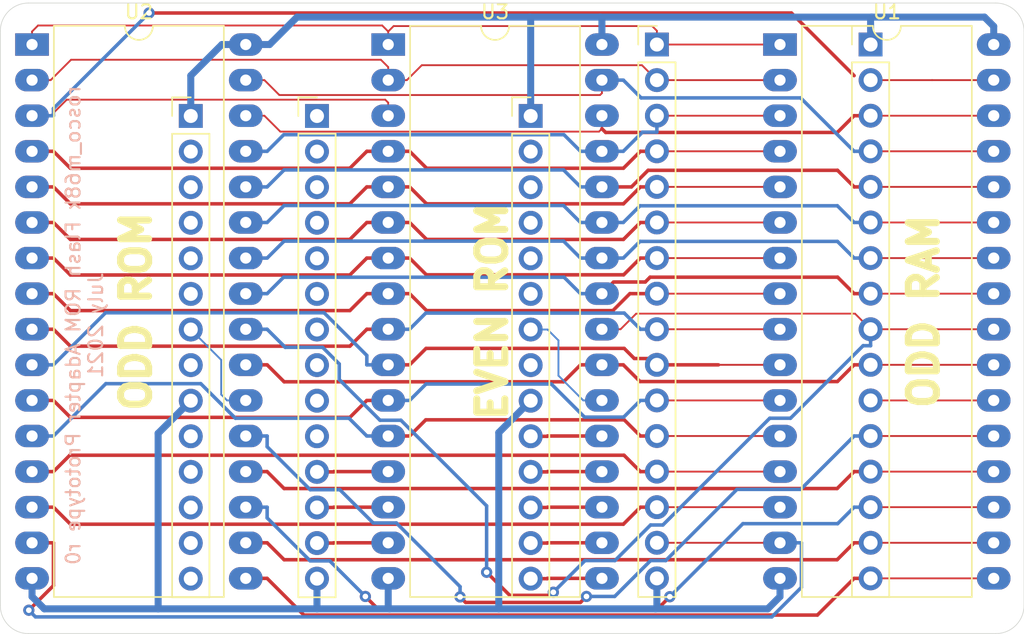
<source format=kicad_pcb>
(kicad_pcb (version 20171130) (host pcbnew "(5.1.5-0-10_14)")

  (general
    (thickness 1.6)
    (drawings 12)
    (tracks 404)
    (zones 0)
    (modules 8)
    (nets 70)
  )

  (page A4)
  (layers
    (0 F.Cu signal)
    (31 B.Cu signal)
    (32 B.Adhes user)
    (33 F.Adhes user)
    (34 B.Paste user)
    (35 F.Paste user)
    (36 B.SilkS user)
    (37 F.SilkS user)
    (38 B.Mask user)
    (39 F.Mask user)
    (40 Dwgs.User user)
    (41 Cmts.User user)
    (42 Eco1.User user)
    (43 Eco2.User user)
    (44 Edge.Cuts user)
    (45 Margin user)
    (46 B.CrtYd user)
    (47 F.CrtYd user)
    (48 B.Fab user)
    (49 F.Fab user)
  )

  (setup
    (last_trace_width 0.25)
    (user_trace_width 0.13)
    (user_trace_width 0.15)
    (user_trace_width 0.5)
    (trace_clearance 0.2)
    (zone_clearance 0.508)
    (zone_45_only no)
    (trace_min 0.13)
    (via_size 0.8)
    (via_drill 0.4)
    (via_min_size 0.4)
    (via_min_drill 0.3)
    (uvia_size 0.3)
    (uvia_drill 0.1)
    (uvias_allowed no)
    (uvia_min_size 0.2)
    (uvia_min_drill 0.1)
    (edge_width 0.05)
    (segment_width 0.2)
    (pcb_text_width 0.3)
    (pcb_text_size 1.5 1.5)
    (mod_edge_width 0.12)
    (mod_text_size 1 1)
    (mod_text_width 0.15)
    (pad_size 1.524 1.524)
    (pad_drill 0.762)
    (pad_to_mask_clearance 0.051)
    (solder_mask_min_width 0.25)
    (aux_axis_origin 0 0)
    (visible_elements FFFFFF7F)
    (pcbplotparams
      (layerselection 0x010fc_ffffffff)
      (usegerberextensions false)
      (usegerberattributes false)
      (usegerberadvancedattributes false)
      (creategerberjobfile false)
      (excludeedgelayer true)
      (linewidth 0.100000)
      (plotframeref false)
      (viasonmask false)
      (mode 1)
      (useauxorigin false)
      (hpglpennumber 1)
      (hpglpenspeed 20)
      (hpglpendiameter 15.000000)
      (psnegative false)
      (psa4output false)
      (plotreference true)
      (plotvalue true)
      (plotinvisibletext false)
      (padsonsilk false)
      (subtractmaskfromsilk false)
      (outputformat 1)
      (mirror false)
      (drillshape 0)
      (scaleselection 1)
      (outputdirectory "../CAMOutputs"))
  )

  (net 0 "")
  (net 1 GND)
  (net 2 A16)
  (net 3 D2)
  (net 4 A18)
  (net 5 D1)
  (net 6 D0)
  (net 7 A14)
  (net 8 A1)
  (net 9 A9)
  (net 10 A2)
  (net 11 A10)
  (net 12 A3)
  (net 13 A12)
  (net 14 A4)
  (net 15 RAMOE)
  (net 16 A5)
  (net 17 A11)
  (net 18 A6)
  (net 19 RAMCE)
  (net 20 A7)
  (net 21 D7)
  (net 22 A8)
  (net 23 D6)
  (net 24 A13)
  (net 25 D5)
  (net 26 A15)
  (net 27 D4)
  (net 28 A17)
  (net 29 D3)
  (net 30 A19)
  (net 31 R~W~)
  (net 32 ODDROMCS)
  (net 33 D10)
  (net 34 D9)
  (net 35 D8)
  (net 36 EVENROMCS)
  (net 37 D15)
  (net 38 D14)
  (net 39 D13)
  (net 40 D12)
  (net 41 D11)
  (net 42 "Net-(J1-Pad14)")
  (net 43 "Net-(J1-Pad13)")
  (net 44 "Net-(J1-Pad12)")
  (net 45 "Net-(J1-Pad11)")
  (net 46 "Net-(J1-Pad10)")
  (net 47 "Net-(J1-Pad8)")
  (net 48 "Net-(J1-Pad6)")
  (net 49 "Net-(J1-Pad5)")
  (net 50 "Net-(J1-Pad4)")
  (net 51 "Net-(J1-Pad3)")
  (net 52 "Net-(J1-Pad2)")
  (net 53 VCC)
  (net 54 "Net-(J2-Pad10)")
  (net 55 "Net-(J2-Pad9)")
  (net 56 "Net-(J2-Pad8)")
  (net 57 "Net-(J2-Pad7)")
  (net 58 "Net-(J2-Pad6)")
  (net 59 "Net-(J2-Pad5)")
  (net 60 "Net-(J2-Pad4)")
  (net 61 "Net-(J2-Pad3)")
  (net 62 "Net-(J2-Pad2)")
  (net 63 "Net-(J2-Pad1)")
  (net 64 "Net-(J3-Pad8)")
  (net 65 "Net-(J3-Pad6)")
  (net 66 "Net-(J3-Pad5)")
  (net 67 "Net-(J3-Pad4)")
  (net 68 "Net-(J3-Pad3)")
  (net 69 "Net-(J3-Pad2)")

  (net_class Default "This is the default net class."
    (clearance 0.2)
    (trace_width 0.25)
    (via_dia 0.8)
    (via_drill 0.4)
    (uvia_dia 0.3)
    (uvia_drill 0.1)
    (add_net A1)
    (add_net A10)
    (add_net A11)
    (add_net A12)
    (add_net A13)
    (add_net A14)
    (add_net A15)
    (add_net A16)
    (add_net A17)
    (add_net A18)
    (add_net A19)
    (add_net A2)
    (add_net A3)
    (add_net A4)
    (add_net A5)
    (add_net A6)
    (add_net A7)
    (add_net A8)
    (add_net A9)
    (add_net D0)
    (add_net D1)
    (add_net D10)
    (add_net D11)
    (add_net D12)
    (add_net D13)
    (add_net D14)
    (add_net D15)
    (add_net D2)
    (add_net D3)
    (add_net D4)
    (add_net D5)
    (add_net D6)
    (add_net D7)
    (add_net D8)
    (add_net D9)
    (add_net EVENROMCS)
    (add_net GND)
    (add_net "Net-(J1-Pad10)")
    (add_net "Net-(J1-Pad11)")
    (add_net "Net-(J1-Pad12)")
    (add_net "Net-(J1-Pad13)")
    (add_net "Net-(J1-Pad14)")
    (add_net "Net-(J1-Pad2)")
    (add_net "Net-(J1-Pad3)")
    (add_net "Net-(J1-Pad4)")
    (add_net "Net-(J1-Pad5)")
    (add_net "Net-(J1-Pad6)")
    (add_net "Net-(J1-Pad8)")
    (add_net "Net-(J2-Pad1)")
    (add_net "Net-(J2-Pad10)")
    (add_net "Net-(J2-Pad2)")
    (add_net "Net-(J2-Pad3)")
    (add_net "Net-(J2-Pad4)")
    (add_net "Net-(J2-Pad5)")
    (add_net "Net-(J2-Pad6)")
    (add_net "Net-(J2-Pad7)")
    (add_net "Net-(J2-Pad8)")
    (add_net "Net-(J2-Pad9)")
    (add_net "Net-(J3-Pad2)")
    (add_net "Net-(J3-Pad3)")
    (add_net "Net-(J3-Pad4)")
    (add_net "Net-(J3-Pad5)")
    (add_net "Net-(J3-Pad6)")
    (add_net "Net-(J3-Pad8)")
    (add_net ODDROMCS)
    (add_net RAMCE)
    (add_net RAMOE)
    (add_net R~W~)
    (add_net VCC)
  )

  (module Connector_PinHeader_2.54mm:PinHeader_1x16_P2.54mm_Vertical (layer F.Cu) (tedit 59FED5CC) (tstamp 60D7EA0C)
    (at 108.06 60.96)
    (descr "Through hole straight pin header, 1x16, 2.54mm pitch, single row")
    (tags "Through hole pin header THT 1x16 2.54mm single row")
    (path /60DAEBC9)
    (fp_text reference J5 (at 0 -2.33) (layer F.SilkS) hide
      (effects (font (size 1 1) (thickness 0.15)))
    )
    (fp_text value Conn_01x16_Male (at 0 40.43) (layer F.Fab) hide
      (effects (font (size 1 1) (thickness 0.15)))
    )
    (fp_text user %R (at 0 19.05 90) (layer F.Fab) hide
      (effects (font (size 1 1) (thickness 0.15)))
    )
    (fp_line (start 1.8 -1.8) (end -1.8 -1.8) (layer F.CrtYd) (width 0.05))
    (fp_line (start 1.8 39.9) (end 1.8 -1.8) (layer F.CrtYd) (width 0.05))
    (fp_line (start -1.8 39.9) (end 1.8 39.9) (layer F.CrtYd) (width 0.05))
    (fp_line (start -1.8 -1.8) (end -1.8 39.9) (layer F.CrtYd) (width 0.05))
    (fp_line (start -1.33 -1.33) (end 0 -1.33) (layer F.SilkS) (width 0.12))
    (fp_line (start -1.33 0) (end -1.33 -1.33) (layer F.SilkS) (width 0.12))
    (fp_line (start -1.33 1.27) (end 1.33 1.27) (layer F.SilkS) (width 0.12))
    (fp_line (start 1.33 1.27) (end 1.33 39.43) (layer F.SilkS) (width 0.12))
    (fp_line (start -1.33 1.27) (end -1.33 39.43) (layer F.SilkS) (width 0.12))
    (fp_line (start -1.33 39.43) (end 1.33 39.43) (layer F.SilkS) (width 0.12))
    (fp_line (start -1.27 -0.635) (end -0.635 -1.27) (layer F.Fab) (width 0.1))
    (fp_line (start -1.27 39.37) (end -1.27 -0.635) (layer F.Fab) (width 0.1))
    (fp_line (start 1.27 39.37) (end -1.27 39.37) (layer F.Fab) (width 0.1))
    (fp_line (start 1.27 -1.27) (end 1.27 39.37) (layer F.Fab) (width 0.1))
    (fp_line (start -0.635 -1.27) (end 1.27 -1.27) (layer F.Fab) (width 0.1))
    (pad 16 thru_hole oval (at 0 38.1) (size 1.7 1.7) (drill 1) (layers *.Cu *.Mask)
      (net 29 D3))
    (pad 15 thru_hole oval (at 0 35.56) (size 1.7 1.7) (drill 1) (layers *.Cu *.Mask)
      (net 27 D4))
    (pad 14 thru_hole oval (at 0 33.02) (size 1.7 1.7) (drill 1) (layers *.Cu *.Mask)
      (net 25 D5))
    (pad 13 thru_hole oval (at 0 30.48) (size 1.7 1.7) (drill 1) (layers *.Cu *.Mask)
      (net 23 D6))
    (pad 12 thru_hole oval (at 0 27.94) (size 1.7 1.7) (drill 1) (layers *.Cu *.Mask)
      (net 21 D7))
    (pad 11 thru_hole oval (at 0 25.4) (size 1.7 1.7) (drill 1) (layers *.Cu *.Mask)
      (net 19 RAMCE))
    (pad 10 thru_hole oval (at 0 22.86) (size 1.7 1.7) (drill 1) (layers *.Cu *.Mask)
      (net 17 A11))
    (pad 9 thru_hole oval (at 0 20.32) (size 1.7 1.7) (drill 1) (layers *.Cu *.Mask)
      (net 15 RAMOE))
    (pad 8 thru_hole oval (at 0 17.78) (size 1.7 1.7) (drill 1) (layers *.Cu *.Mask)
      (net 13 A12))
    (pad 7 thru_hole oval (at 0 15.24) (size 1.7 1.7) (drill 1) (layers *.Cu *.Mask)
      (net 11 A10))
    (pad 6 thru_hole oval (at 0 12.7) (size 1.7 1.7) (drill 1) (layers *.Cu *.Mask)
      (net 9 A9))
    (pad 5 thru_hole oval (at 0 10.16) (size 1.7 1.7) (drill 1) (layers *.Cu *.Mask)
      (net 7 A14))
    (pad 4 thru_hole oval (at 0 7.62) (size 1.7 1.7) (drill 1) (layers *.Cu *.Mask)
      (net 31 R~W~))
    (pad 3 thru_hole oval (at 0 5.08) (size 1.7 1.7) (drill 1) (layers *.Cu *.Mask)
      (net 4 A18))
    (pad 2 thru_hole oval (at 0 2.54) (size 1.7 1.7) (drill 1) (layers *.Cu *.Mask)
      (net 2 A16))
    (pad 1 thru_hole rect (at 0 0) (size 1.7 1.7) (drill 1) (layers *.Cu *.Mask)
      (net 53 VCC))
    (model ${KISYS3DMOD}/Connector_PinHeader_2.54mm.3dshapes/PinHeader_1x16_P2.54mm_Vertical.wrl
      (at (xyz 0 0 0))
      (scale (xyz 1 1 1))
      (rotate (xyz 0 0 0))
    )
  )

  (module Connector_PinHeader_2.54mm:PinHeader_1x16_P2.54mm_Vertical (layer F.Cu) (tedit 59FED5CC) (tstamp 60D7CD57)
    (at 92.82 60.96)
    (descr "Through hole straight pin header, 1x16, 2.54mm pitch, single row")
    (tags "Through hole pin header THT 1x16 2.54mm single row")
    (path /60DAC854)
    (fp_text reference J4 (at 0 -2.33) (layer F.SilkS) hide
      (effects (font (size 1 1) (thickness 0.15)))
    )
    (fp_text value Conn_01x16_Male (at 0 40.43) (layer F.Fab) hide
      (effects (font (size 1 1) (thickness 0.15)))
    )
    (fp_text user %R (at 0 19.05 90) (layer F.Fab) hide
      (effects (font (size 1 1) (thickness 0.15)))
    )
    (fp_line (start 1.8 -1.8) (end -1.8 -1.8) (layer F.CrtYd) (width 0.05))
    (fp_line (start 1.8 39.9) (end 1.8 -1.8) (layer F.CrtYd) (width 0.05))
    (fp_line (start -1.8 39.9) (end 1.8 39.9) (layer F.CrtYd) (width 0.05))
    (fp_line (start -1.8 -1.8) (end -1.8 39.9) (layer F.CrtYd) (width 0.05))
    (fp_line (start -1.33 -1.33) (end 0 -1.33) (layer F.SilkS) (width 0.12))
    (fp_line (start -1.33 0) (end -1.33 -1.33) (layer F.SilkS) (width 0.12))
    (fp_line (start -1.33 1.27) (end 1.33 1.27) (layer F.SilkS) (width 0.12))
    (fp_line (start 1.33 1.27) (end 1.33 39.43) (layer F.SilkS) (width 0.12))
    (fp_line (start -1.33 1.27) (end -1.33 39.43) (layer F.SilkS) (width 0.12))
    (fp_line (start -1.33 39.43) (end 1.33 39.43) (layer F.SilkS) (width 0.12))
    (fp_line (start -1.27 -0.635) (end -0.635 -1.27) (layer F.Fab) (width 0.1))
    (fp_line (start -1.27 39.37) (end -1.27 -0.635) (layer F.Fab) (width 0.1))
    (fp_line (start 1.27 39.37) (end -1.27 39.37) (layer F.Fab) (width 0.1))
    (fp_line (start 1.27 -1.27) (end 1.27 39.37) (layer F.Fab) (width 0.1))
    (fp_line (start -0.635 -1.27) (end 1.27 -1.27) (layer F.Fab) (width 0.1))
    (pad 16 thru_hole oval (at 0 38.1) (size 1.7 1.7) (drill 1) (layers *.Cu *.Mask)
      (net 1 GND))
    (pad 15 thru_hole oval (at 0 35.56) (size 1.7 1.7) (drill 1) (layers *.Cu *.Mask)
      (net 3 D2))
    (pad 14 thru_hole oval (at 0 33.02) (size 1.7 1.7) (drill 1) (layers *.Cu *.Mask)
      (net 5 D1))
    (pad 13 thru_hole oval (at 0 30.48) (size 1.7 1.7) (drill 1) (layers *.Cu *.Mask)
      (net 6 D0))
    (pad 12 thru_hole oval (at 0 27.94) (size 1.7 1.7) (drill 1) (layers *.Cu *.Mask)
      (net 8 A1))
    (pad 11 thru_hole oval (at 0 25.4) (size 1.7 1.7) (drill 1) (layers *.Cu *.Mask)
      (net 10 A2))
    (pad 10 thru_hole oval (at 0 22.86) (size 1.7 1.7) (drill 1) (layers *.Cu *.Mask)
      (net 12 A3))
    (pad 9 thru_hole oval (at 0 20.32) (size 1.7 1.7) (drill 1) (layers *.Cu *.Mask)
      (net 14 A4))
    (pad 8 thru_hole oval (at 0 17.78) (size 1.7 1.7) (drill 1) (layers *.Cu *.Mask)
      (net 16 A5))
    (pad 7 thru_hole oval (at 0 15.24) (size 1.7 1.7) (drill 1) (layers *.Cu *.Mask)
      (net 18 A6))
    (pad 6 thru_hole oval (at 0 12.7) (size 1.7 1.7) (drill 1) (layers *.Cu *.Mask)
      (net 20 A7))
    (pad 5 thru_hole oval (at 0 10.16) (size 1.7 1.7) (drill 1) (layers *.Cu *.Mask)
      (net 22 A8))
    (pad 4 thru_hole oval (at 0 7.62) (size 1.7 1.7) (drill 1) (layers *.Cu *.Mask)
      (net 24 A13))
    (pad 3 thru_hole oval (at 0 5.08) (size 1.7 1.7) (drill 1) (layers *.Cu *.Mask)
      (net 26 A15))
    (pad 2 thru_hole oval (at 0 2.54) (size 1.7 1.7) (drill 1) (layers *.Cu *.Mask)
      (net 28 A17))
    (pad 1 thru_hole rect (at 0 0) (size 1.7 1.7) (drill 1) (layers *.Cu *.Mask)
      (net 30 A19))
    (model ${KISYS3DMOD}/Connector_PinHeader_2.54mm.3dshapes/PinHeader_1x16_P2.54mm_Vertical.wrl
      (at (xyz 0 0 0))
      (scale (xyz 1 1 1))
      (rotate (xyz 0 0 0))
    )
  )

  (module Connector_PinHeader_2.54mm:PinHeader_1x14_P2.54mm_Vertical (layer F.Cu) (tedit 59FED5CC) (tstamp 60D7CD33)
    (at 83.82 66.06)
    (descr "Through hole straight pin header, 1x14, 2.54mm pitch, single row")
    (tags "Through hole pin header THT 1x14 2.54mm single row")
    (path /60DB200A)
    (fp_text reference J3 (at 0 -2.33) (layer F.SilkS) hide
      (effects (font (size 1 1) (thickness 0.15)))
    )
    (fp_text value Conn_01x14_Male (at 0 35.35) (layer F.Fab) hide
      (effects (font (size 1 1) (thickness 0.15)))
    )
    (fp_text user %R (at 0 16.51 90) (layer F.Fab) hide
      (effects (font (size 1 1) (thickness 0.15)))
    )
    (fp_line (start 1.8 -1.8) (end -1.8 -1.8) (layer F.CrtYd) (width 0.05))
    (fp_line (start 1.8 34.8) (end 1.8 -1.8) (layer F.CrtYd) (width 0.05))
    (fp_line (start -1.8 34.8) (end 1.8 34.8) (layer F.CrtYd) (width 0.05))
    (fp_line (start -1.8 -1.8) (end -1.8 34.8) (layer F.CrtYd) (width 0.05))
    (fp_line (start -1.33 -1.33) (end 0 -1.33) (layer F.SilkS) (width 0.12))
    (fp_line (start -1.33 0) (end -1.33 -1.33) (layer F.SilkS) (width 0.12))
    (fp_line (start -1.33 1.27) (end 1.33 1.27) (layer F.SilkS) (width 0.12))
    (fp_line (start 1.33 1.27) (end 1.33 34.35) (layer F.SilkS) (width 0.12))
    (fp_line (start -1.33 1.27) (end -1.33 34.35) (layer F.SilkS) (width 0.12))
    (fp_line (start -1.33 34.35) (end 1.33 34.35) (layer F.SilkS) (width 0.12))
    (fp_line (start -1.27 -0.635) (end -0.635 -1.27) (layer F.Fab) (width 0.1))
    (fp_line (start -1.27 34.29) (end -1.27 -0.635) (layer F.Fab) (width 0.1))
    (fp_line (start 1.27 34.29) (end -1.27 34.29) (layer F.Fab) (width 0.1))
    (fp_line (start 1.27 -1.27) (end 1.27 34.29) (layer F.Fab) (width 0.1))
    (fp_line (start -0.635 -1.27) (end 1.27 -1.27) (layer F.Fab) (width 0.1))
    (pad 14 thru_hole oval (at 0 33.02) (size 1.7 1.7) (drill 1) (layers *.Cu *.Mask)
      (net 41 D11))
    (pad 13 thru_hole oval (at 0 30.48) (size 1.7 1.7) (drill 1) (layers *.Cu *.Mask)
      (net 40 D12))
    (pad 12 thru_hole oval (at 0 27.94) (size 1.7 1.7) (drill 1) (layers *.Cu *.Mask)
      (net 39 D13))
    (pad 11 thru_hole oval (at 0 25.4) (size 1.7 1.7) (drill 1) (layers *.Cu *.Mask)
      (net 38 D14))
    (pad 10 thru_hole oval (at 0 22.86) (size 1.7 1.7) (drill 1) (layers *.Cu *.Mask)
      (net 37 D15))
    (pad 9 thru_hole oval (at 0 20.32) (size 1.7 1.7) (drill 1) (layers *.Cu *.Mask)
      (net 1 GND))
    (pad 8 thru_hole oval (at 0 17.78) (size 1.7 1.7) (drill 1) (layers *.Cu *.Mask)
      (net 64 "Net-(J3-Pad8)"))
    (pad 7 thru_hole oval (at 0 15.24) (size 1.7 1.7) (drill 1) (layers *.Cu *.Mask)
      (net 36 EVENROMCS))
    (pad 6 thru_hole oval (at 0 12.7) (size 1.7 1.7) (drill 1) (layers *.Cu *.Mask)
      (net 65 "Net-(J3-Pad6)"))
    (pad 5 thru_hole oval (at 0 10.16) (size 1.7 1.7) (drill 1) (layers *.Cu *.Mask)
      (net 66 "Net-(J3-Pad5)"))
    (pad 4 thru_hole oval (at 0 7.62) (size 1.7 1.7) (drill 1) (layers *.Cu *.Mask)
      (net 67 "Net-(J3-Pad4)"))
    (pad 3 thru_hole oval (at 0 5.08) (size 1.7 1.7) (drill 1) (layers *.Cu *.Mask)
      (net 68 "Net-(J3-Pad3)"))
    (pad 2 thru_hole oval (at 0 2.54) (size 1.7 1.7) (drill 1) (layers *.Cu *.Mask)
      (net 69 "Net-(J3-Pad2)"))
    (pad 1 thru_hole rect (at 0 0) (size 1.7 1.7) (drill 1) (layers *.Cu *.Mask)
      (net 53 VCC))
    (model ${KISYS3DMOD}/Connector_PinHeader_2.54mm.3dshapes/PinHeader_1x14_P2.54mm_Vertical.wrl
      (at (xyz 0 0 0))
      (scale (xyz 1 1 1))
      (rotate (xyz 0 0 0))
    )
  )

  (module Connector_PinHeader_2.54mm:PinHeader_1x14_P2.54mm_Vertical (layer F.Cu) (tedit 59FED5CC) (tstamp 60D7D2FD)
    (at 68.58 66.06)
    (descr "Through hole straight pin header, 1x14, 2.54mm pitch, single row")
    (tags "Through hole pin header THT 1x14 2.54mm single row")
    (path /60DC9E10)
    (fp_text reference J2 (at 0 -2.33) (layer F.SilkS) hide
      (effects (font (size 1 1) (thickness 0.15)))
    )
    (fp_text value Conn_01x14_Male (at 0 35.35) (layer F.Fab) hide
      (effects (font (size 1 1) (thickness 0.15)))
    )
    (fp_text user %R (at 0 16.51 90) (layer F.Fab) hide
      (effects (font (size 1 1) (thickness 0.15)))
    )
    (fp_line (start 1.8 -1.8) (end -1.8 -1.8) (layer F.CrtYd) (width 0.05))
    (fp_line (start 1.8 34.8) (end 1.8 -1.8) (layer F.CrtYd) (width 0.05))
    (fp_line (start -1.8 34.8) (end 1.8 34.8) (layer F.CrtYd) (width 0.05))
    (fp_line (start -1.8 -1.8) (end -1.8 34.8) (layer F.CrtYd) (width 0.05))
    (fp_line (start -1.33 -1.33) (end 0 -1.33) (layer F.SilkS) (width 0.12))
    (fp_line (start -1.33 0) (end -1.33 -1.33) (layer F.SilkS) (width 0.12))
    (fp_line (start -1.33 1.27) (end 1.33 1.27) (layer F.SilkS) (width 0.12))
    (fp_line (start 1.33 1.27) (end 1.33 34.35) (layer F.SilkS) (width 0.12))
    (fp_line (start -1.33 1.27) (end -1.33 34.35) (layer F.SilkS) (width 0.12))
    (fp_line (start -1.33 34.35) (end 1.33 34.35) (layer F.SilkS) (width 0.12))
    (fp_line (start -1.27 -0.635) (end -0.635 -1.27) (layer F.Fab) (width 0.1))
    (fp_line (start -1.27 34.29) (end -1.27 -0.635) (layer F.Fab) (width 0.1))
    (fp_line (start 1.27 34.29) (end -1.27 34.29) (layer F.Fab) (width 0.1))
    (fp_line (start 1.27 -1.27) (end 1.27 34.29) (layer F.Fab) (width 0.1))
    (fp_line (start -0.635 -1.27) (end 1.27 -1.27) (layer F.Fab) (width 0.1))
    (pad 14 thru_hole oval (at 0 33.02) (size 1.7 1.7) (drill 1) (layers *.Cu *.Mask)
      (net 1 GND))
    (pad 13 thru_hole oval (at 0 30.48) (size 1.7 1.7) (drill 1) (layers *.Cu *.Mask)
      (net 33 D10))
    (pad 12 thru_hole oval (at 0 27.94) (size 1.7 1.7) (drill 1) (layers *.Cu *.Mask)
      (net 34 D9))
    (pad 11 thru_hole oval (at 0 25.4) (size 1.7 1.7) (drill 1) (layers *.Cu *.Mask)
      (net 35 D8))
    (pad 10 thru_hole oval (at 0 22.86) (size 1.7 1.7) (drill 1) (layers *.Cu *.Mask)
      (net 54 "Net-(J2-Pad10)"))
    (pad 9 thru_hole oval (at 0 20.32) (size 1.7 1.7) (drill 1) (layers *.Cu *.Mask)
      (net 55 "Net-(J2-Pad9)"))
    (pad 8 thru_hole oval (at 0 17.78) (size 1.7 1.7) (drill 1) (layers *.Cu *.Mask)
      (net 56 "Net-(J2-Pad8)"))
    (pad 7 thru_hole oval (at 0 15.24) (size 1.7 1.7) (drill 1) (layers *.Cu *.Mask)
      (net 57 "Net-(J2-Pad7)"))
    (pad 6 thru_hole oval (at 0 12.7) (size 1.7 1.7) (drill 1) (layers *.Cu *.Mask)
      (net 58 "Net-(J2-Pad6)"))
    (pad 5 thru_hole oval (at 0 10.16) (size 1.7 1.7) (drill 1) (layers *.Cu *.Mask)
      (net 59 "Net-(J2-Pad5)"))
    (pad 4 thru_hole oval (at 0 7.62) (size 1.7 1.7) (drill 1) (layers *.Cu *.Mask)
      (net 60 "Net-(J2-Pad4)"))
    (pad 3 thru_hole oval (at 0 5.08) (size 1.7 1.7) (drill 1) (layers *.Cu *.Mask)
      (net 61 "Net-(J2-Pad3)"))
    (pad 2 thru_hole oval (at 0 2.54) (size 1.7 1.7) (drill 1) (layers *.Cu *.Mask)
      (net 62 "Net-(J2-Pad2)"))
    (pad 1 thru_hole rect (at 0 0) (size 1.7 1.7) (drill 1) (layers *.Cu *.Mask)
      (net 63 "Net-(J2-Pad1)"))
    (model ${KISYS3DMOD}/Connector_PinHeader_2.54mm.3dshapes/PinHeader_1x14_P2.54mm_Vertical.wrl
      (at (xyz 0 0 0))
      (scale (xyz 1 1 1))
      (rotate (xyz 0 0 0))
    )
  )

  (module Connector_PinHeader_2.54mm:PinHeader_1x14_P2.54mm_Vertical (layer F.Cu) (tedit 59FED5CC) (tstamp 60D7CCEF)
    (at 59.58 66.06)
    (descr "Through hole straight pin header, 1x14, 2.54mm pitch, single row")
    (tags "Through hole pin header THT 1x14 2.54mm single row")
    (path /60DAF400)
    (fp_text reference J1 (at 0 -2.33) (layer F.SilkS) hide
      (effects (font (size 1 1) (thickness 0.15)))
    )
    (fp_text value Conn_01x14_Male (at 0 35.35) (layer F.Fab) hide
      (effects (font (size 1 1) (thickness 0.15)))
    )
    (fp_text user %R (at 0 16.51 90) (layer F.Fab) hide
      (effects (font (size 1 1) (thickness 0.15)))
    )
    (fp_line (start 1.8 -1.8) (end -1.8 -1.8) (layer F.CrtYd) (width 0.05))
    (fp_line (start 1.8 34.8) (end 1.8 -1.8) (layer F.CrtYd) (width 0.05))
    (fp_line (start -1.8 34.8) (end 1.8 34.8) (layer F.CrtYd) (width 0.05))
    (fp_line (start -1.8 -1.8) (end -1.8 34.8) (layer F.CrtYd) (width 0.05))
    (fp_line (start -1.33 -1.33) (end 0 -1.33) (layer F.SilkS) (width 0.12))
    (fp_line (start -1.33 0) (end -1.33 -1.33) (layer F.SilkS) (width 0.12))
    (fp_line (start -1.33 1.27) (end 1.33 1.27) (layer F.SilkS) (width 0.12))
    (fp_line (start 1.33 1.27) (end 1.33 34.35) (layer F.SilkS) (width 0.12))
    (fp_line (start -1.33 1.27) (end -1.33 34.35) (layer F.SilkS) (width 0.12))
    (fp_line (start -1.33 34.35) (end 1.33 34.35) (layer F.SilkS) (width 0.12))
    (fp_line (start -1.27 -0.635) (end -0.635 -1.27) (layer F.Fab) (width 0.1))
    (fp_line (start -1.27 34.29) (end -1.27 -0.635) (layer F.Fab) (width 0.1))
    (fp_line (start 1.27 34.29) (end -1.27 34.29) (layer F.Fab) (width 0.1))
    (fp_line (start 1.27 -1.27) (end 1.27 34.29) (layer F.Fab) (width 0.1))
    (fp_line (start -0.635 -1.27) (end 1.27 -1.27) (layer F.Fab) (width 0.1))
    (pad 14 thru_hole oval (at 0 33.02) (size 1.7 1.7) (drill 1) (layers *.Cu *.Mask)
      (net 42 "Net-(J1-Pad14)"))
    (pad 13 thru_hole oval (at 0 30.48) (size 1.7 1.7) (drill 1) (layers *.Cu *.Mask)
      (net 43 "Net-(J1-Pad13)"))
    (pad 12 thru_hole oval (at 0 27.94) (size 1.7 1.7) (drill 1) (layers *.Cu *.Mask)
      (net 44 "Net-(J1-Pad12)"))
    (pad 11 thru_hole oval (at 0 25.4) (size 1.7 1.7) (drill 1) (layers *.Cu *.Mask)
      (net 45 "Net-(J1-Pad11)"))
    (pad 10 thru_hole oval (at 0 22.86) (size 1.7 1.7) (drill 1) (layers *.Cu *.Mask)
      (net 46 "Net-(J1-Pad10)"))
    (pad 9 thru_hole oval (at 0 20.32) (size 1.7 1.7) (drill 1) (layers *.Cu *.Mask)
      (net 1 GND))
    (pad 8 thru_hole oval (at 0 17.78) (size 1.7 1.7) (drill 1) (layers *.Cu *.Mask)
      (net 47 "Net-(J1-Pad8)"))
    (pad 7 thru_hole oval (at 0 15.24) (size 1.7 1.7) (drill 1) (layers *.Cu *.Mask)
      (net 32 ODDROMCS))
    (pad 6 thru_hole oval (at 0 12.7) (size 1.7 1.7) (drill 1) (layers *.Cu *.Mask)
      (net 48 "Net-(J1-Pad6)"))
    (pad 5 thru_hole oval (at 0 10.16) (size 1.7 1.7) (drill 1) (layers *.Cu *.Mask)
      (net 49 "Net-(J1-Pad5)"))
    (pad 4 thru_hole oval (at 0 7.62) (size 1.7 1.7) (drill 1) (layers *.Cu *.Mask)
      (net 50 "Net-(J1-Pad4)"))
    (pad 3 thru_hole oval (at 0 5.08) (size 1.7 1.7) (drill 1) (layers *.Cu *.Mask)
      (net 51 "Net-(J1-Pad3)"))
    (pad 2 thru_hole oval (at 0 2.54) (size 1.7 1.7) (drill 1) (layers *.Cu *.Mask)
      (net 52 "Net-(J1-Pad2)"))
    (pad 1 thru_hole rect (at 0 0) (size 1.7 1.7) (drill 1) (layers *.Cu *.Mask)
      (net 53 VCC))
    (model ${KISYS3DMOD}/Connector_PinHeader_2.54mm.3dshapes/PinHeader_1x14_P2.54mm_Vertical.wrl
      (at (xyz 0 0 0))
      (scale (xyz 1 1 1))
      (rotate (xyz 0 0 0))
    )
  )

  (module Package_DIP:DIP-32_W15.24mm_LongPads (layer F.Cu) (tedit 5A02E8C5) (tstamp 60D7D51D)
    (at 73.66 60.96)
    (descr "32-lead though-hole mounted DIP package, row spacing 15.24 mm (600 mils), LongPads")
    (tags "THT DIP DIL PDIP 2.54mm 15.24mm 600mil LongPads")
    (path /60D7DDEE)
    (fp_text reference U3 (at 7.62 -2.33) (layer F.SilkS)
      (effects (font (size 1 1) (thickness 0.15)))
    )
    (fp_text value SST39SF040 (at 7.62 40.43) (layer F.Fab)
      (effects (font (size 1 1) (thickness 0.15)))
    )
    (fp_text user %R (at 7.62 19.05) (layer F.Fab)
      (effects (font (size 1 1) (thickness 0.15)))
    )
    (fp_line (start 16.7 -1.55) (end -1.5 -1.55) (layer F.CrtYd) (width 0.05))
    (fp_line (start 16.7 39.65) (end 16.7 -1.55) (layer F.CrtYd) (width 0.05))
    (fp_line (start -1.5 39.65) (end 16.7 39.65) (layer F.CrtYd) (width 0.05))
    (fp_line (start -1.5 -1.55) (end -1.5 39.65) (layer F.CrtYd) (width 0.05))
    (fp_line (start 13.68 -1.33) (end 8.62 -1.33) (layer F.SilkS) (width 0.12))
    (fp_line (start 13.68 39.43) (end 13.68 -1.33) (layer F.SilkS) (width 0.12))
    (fp_line (start 1.56 39.43) (end 13.68 39.43) (layer F.SilkS) (width 0.12))
    (fp_line (start 1.56 -1.33) (end 1.56 39.43) (layer F.SilkS) (width 0.12))
    (fp_line (start 6.62 -1.33) (end 1.56 -1.33) (layer F.SilkS) (width 0.12))
    (fp_line (start 0.255 -0.27) (end 1.255 -1.27) (layer F.Fab) (width 0.1))
    (fp_line (start 0.255 39.37) (end 0.255 -0.27) (layer F.Fab) (width 0.1))
    (fp_line (start 14.985 39.37) (end 0.255 39.37) (layer F.Fab) (width 0.1))
    (fp_line (start 14.985 -1.27) (end 14.985 39.37) (layer F.Fab) (width 0.1))
    (fp_line (start 1.255 -1.27) (end 14.985 -1.27) (layer F.Fab) (width 0.1))
    (fp_arc (start 7.62 -1.33) (end 6.62 -1.33) (angle -180) (layer F.SilkS) (width 0.12))
    (pad 32 thru_hole oval (at 15.24 0) (size 2.4 1.6) (drill 0.8) (layers *.Cu *.Mask)
      (net 53 VCC))
    (pad 16 thru_hole oval (at 0 38.1) (size 2.4 1.6) (drill 0.8) (layers *.Cu *.Mask)
      (net 1 GND))
    (pad 31 thru_hole oval (at 15.24 2.54) (size 2.4 1.6) (drill 0.8) (layers *.Cu *.Mask)
      (net 31 R~W~))
    (pad 15 thru_hole oval (at 0 35.56) (size 2.4 1.6) (drill 0.8) (layers *.Cu *.Mask)
      (net 33 D10))
    (pad 30 thru_hole oval (at 15.24 5.08) (size 2.4 1.6) (drill 0.8) (layers *.Cu *.Mask)
      (net 4 A18))
    (pad 14 thru_hole oval (at 0 33.02) (size 2.4 1.6) (drill 0.8) (layers *.Cu *.Mask)
      (net 34 D9))
    (pad 29 thru_hole oval (at 15.24 7.62) (size 2.4 1.6) (drill 0.8) (layers *.Cu *.Mask)
      (net 26 A15))
    (pad 13 thru_hole oval (at 0 30.48) (size 2.4 1.6) (drill 0.8) (layers *.Cu *.Mask)
      (net 35 D8))
    (pad 28 thru_hole oval (at 15.24 10.16) (size 2.4 1.6) (drill 0.8) (layers *.Cu *.Mask)
      (net 7 A14))
    (pad 12 thru_hole oval (at 0 27.94) (size 2.4 1.6) (drill 0.8) (layers *.Cu *.Mask)
      (net 8 A1))
    (pad 27 thru_hole oval (at 15.24 12.7) (size 2.4 1.6) (drill 0.8) (layers *.Cu *.Mask)
      (net 9 A9))
    (pad 11 thru_hole oval (at 0 25.4) (size 2.4 1.6) (drill 0.8) (layers *.Cu *.Mask)
      (net 10 A2))
    (pad 26 thru_hole oval (at 15.24 15.24) (size 2.4 1.6) (drill 0.8) (layers *.Cu *.Mask)
      (net 11 A10))
    (pad 10 thru_hole oval (at 0 22.86) (size 2.4 1.6) (drill 0.8) (layers *.Cu *.Mask)
      (net 12 A3))
    (pad 25 thru_hole oval (at 15.24 17.78) (size 2.4 1.6) (drill 0.8) (layers *.Cu *.Mask)
      (net 13 A12))
    (pad 9 thru_hole oval (at 0 20.32) (size 2.4 1.6) (drill 0.8) (layers *.Cu *.Mask)
      (net 14 A4))
    (pad 24 thru_hole oval (at 15.24 20.32) (size 2.4 1.6) (drill 0.8) (layers *.Cu *.Mask)
      (net 15 RAMOE))
    (pad 8 thru_hole oval (at 0 17.78) (size 2.4 1.6) (drill 0.8) (layers *.Cu *.Mask)
      (net 16 A5))
    (pad 23 thru_hole oval (at 15.24 22.86) (size 2.4 1.6) (drill 0.8) (layers *.Cu *.Mask)
      (net 17 A11))
    (pad 7 thru_hole oval (at 0 15.24) (size 2.4 1.6) (drill 0.8) (layers *.Cu *.Mask)
      (net 18 A6))
    (pad 22 thru_hole oval (at 15.24 25.4) (size 2.4 1.6) (drill 0.8) (layers *.Cu *.Mask)
      (net 36 EVENROMCS))
    (pad 6 thru_hole oval (at 0 12.7) (size 2.4 1.6) (drill 0.8) (layers *.Cu *.Mask)
      (net 20 A7))
    (pad 21 thru_hole oval (at 15.24 27.94) (size 2.4 1.6) (drill 0.8) (layers *.Cu *.Mask)
      (net 37 D15))
    (pad 5 thru_hole oval (at 0 10.16) (size 2.4 1.6) (drill 0.8) (layers *.Cu *.Mask)
      (net 22 A8))
    (pad 20 thru_hole oval (at 15.24 30.48) (size 2.4 1.6) (drill 0.8) (layers *.Cu *.Mask)
      (net 38 D14))
    (pad 4 thru_hole oval (at 0 7.62) (size 2.4 1.6) (drill 0.8) (layers *.Cu *.Mask)
      (net 24 A13))
    (pad 19 thru_hole oval (at 15.24 33.02) (size 2.4 1.6) (drill 0.8) (layers *.Cu *.Mask)
      (net 39 D13))
    (pad 3 thru_hole oval (at 0 5.08) (size 2.4 1.6) (drill 0.8) (layers *.Cu *.Mask)
      (net 2 A16))
    (pad 18 thru_hole oval (at 15.24 35.56) (size 2.4 1.6) (drill 0.8) (layers *.Cu *.Mask)
      (net 40 D12))
    (pad 2 thru_hole oval (at 0 2.54) (size 2.4 1.6) (drill 0.8) (layers *.Cu *.Mask)
      (net 28 A17))
    (pad 17 thru_hole oval (at 15.24 38.1) (size 2.4 1.6) (drill 0.8) (layers *.Cu *.Mask)
      (net 41 D11))
    (pad 1 thru_hole rect (at 0 0) (size 2.4 1.6) (drill 0.8) (layers *.Cu *.Mask)
      (net 30 A19))
    (model ${KISYS3DMOD}/Package_DIP.3dshapes/DIP-32_W15.24mm.wrl
      (at (xyz 0 0 0))
      (scale (xyz 1 1 1))
      (rotate (xyz 0 0 0))
    )
  )

  (module Package_DIP:DIP-32_W15.24mm_LongPads (layer F.Cu) (tedit 5A02E8C5) (tstamp 60D7EAEF)
    (at 48.26 60.96)
    (descr "32-lead though-hole mounted DIP package, row spacing 15.24 mm (600 mils), LongPads")
    (tags "THT DIP DIL PDIP 2.54mm 15.24mm 600mil LongPads")
    (path /60D7C0CF)
    (fp_text reference U2 (at 7.62 -2.33) (layer F.SilkS)
      (effects (font (size 1 1) (thickness 0.15)))
    )
    (fp_text value SST39SF040 (at 7.62 40.43) (layer F.Fab)
      (effects (font (size 1 1) (thickness 0.15)))
    )
    (fp_text user %R (at 7.62 19.05) (layer F.Fab)
      (effects (font (size 1 1) (thickness 0.15)))
    )
    (fp_line (start 16.7 -1.55) (end -1.5 -1.55) (layer F.CrtYd) (width 0.05))
    (fp_line (start 16.7 39.65) (end 16.7 -1.55) (layer F.CrtYd) (width 0.05))
    (fp_line (start -1.5 39.65) (end 16.7 39.65) (layer F.CrtYd) (width 0.05))
    (fp_line (start -1.5 -1.55) (end -1.5 39.65) (layer F.CrtYd) (width 0.05))
    (fp_line (start 13.68 -1.33) (end 8.62 -1.33) (layer F.SilkS) (width 0.12))
    (fp_line (start 13.68 39.43) (end 13.68 -1.33) (layer F.SilkS) (width 0.12))
    (fp_line (start 1.56 39.43) (end 13.68 39.43) (layer F.SilkS) (width 0.12))
    (fp_line (start 1.56 -1.33) (end 1.56 39.43) (layer F.SilkS) (width 0.12))
    (fp_line (start 6.62 -1.33) (end 1.56 -1.33) (layer F.SilkS) (width 0.12))
    (fp_line (start 0.255 -0.27) (end 1.255 -1.27) (layer F.Fab) (width 0.1))
    (fp_line (start 0.255 39.37) (end 0.255 -0.27) (layer F.Fab) (width 0.1))
    (fp_line (start 14.985 39.37) (end 0.255 39.37) (layer F.Fab) (width 0.1))
    (fp_line (start 14.985 -1.27) (end 14.985 39.37) (layer F.Fab) (width 0.1))
    (fp_line (start 1.255 -1.27) (end 14.985 -1.27) (layer F.Fab) (width 0.1))
    (fp_arc (start 7.62 -1.33) (end 6.62 -1.33) (angle -180) (layer F.SilkS) (width 0.12))
    (pad 32 thru_hole oval (at 15.24 0) (size 2.4 1.6) (drill 0.8) (layers *.Cu *.Mask)
      (net 53 VCC))
    (pad 16 thru_hole oval (at 0 38.1) (size 2.4 1.6) (drill 0.8) (layers *.Cu *.Mask)
      (net 1 GND))
    (pad 31 thru_hole oval (at 15.24 2.54) (size 2.4 1.6) (drill 0.8) (layers *.Cu *.Mask)
      (net 31 R~W~))
    (pad 15 thru_hole oval (at 0 35.56) (size 2.4 1.6) (drill 0.8) (layers *.Cu *.Mask)
      (net 3 D2))
    (pad 30 thru_hole oval (at 15.24 5.08) (size 2.4 1.6) (drill 0.8) (layers *.Cu *.Mask)
      (net 4 A18))
    (pad 14 thru_hole oval (at 0 33.02) (size 2.4 1.6) (drill 0.8) (layers *.Cu *.Mask)
      (net 5 D1))
    (pad 29 thru_hole oval (at 15.24 7.62) (size 2.4 1.6) (drill 0.8) (layers *.Cu *.Mask)
      (net 26 A15))
    (pad 13 thru_hole oval (at 0 30.48) (size 2.4 1.6) (drill 0.8) (layers *.Cu *.Mask)
      (net 6 D0))
    (pad 28 thru_hole oval (at 15.24 10.16) (size 2.4 1.6) (drill 0.8) (layers *.Cu *.Mask)
      (net 7 A14))
    (pad 12 thru_hole oval (at 0 27.94) (size 2.4 1.6) (drill 0.8) (layers *.Cu *.Mask)
      (net 8 A1))
    (pad 27 thru_hole oval (at 15.24 12.7) (size 2.4 1.6) (drill 0.8) (layers *.Cu *.Mask)
      (net 9 A9))
    (pad 11 thru_hole oval (at 0 25.4) (size 2.4 1.6) (drill 0.8) (layers *.Cu *.Mask)
      (net 10 A2))
    (pad 26 thru_hole oval (at 15.24 15.24) (size 2.4 1.6) (drill 0.8) (layers *.Cu *.Mask)
      (net 11 A10))
    (pad 10 thru_hole oval (at 0 22.86) (size 2.4 1.6) (drill 0.8) (layers *.Cu *.Mask)
      (net 12 A3))
    (pad 25 thru_hole oval (at 15.24 17.78) (size 2.4 1.6) (drill 0.8) (layers *.Cu *.Mask)
      (net 13 A12))
    (pad 9 thru_hole oval (at 0 20.32) (size 2.4 1.6) (drill 0.8) (layers *.Cu *.Mask)
      (net 14 A4))
    (pad 24 thru_hole oval (at 15.24 20.32) (size 2.4 1.6) (drill 0.8) (layers *.Cu *.Mask)
      (net 15 RAMOE))
    (pad 8 thru_hole oval (at 0 17.78) (size 2.4 1.6) (drill 0.8) (layers *.Cu *.Mask)
      (net 16 A5))
    (pad 23 thru_hole oval (at 15.24 22.86) (size 2.4 1.6) (drill 0.8) (layers *.Cu *.Mask)
      (net 17 A11))
    (pad 7 thru_hole oval (at 0 15.24) (size 2.4 1.6) (drill 0.8) (layers *.Cu *.Mask)
      (net 18 A6))
    (pad 22 thru_hole oval (at 15.24 25.4) (size 2.4 1.6) (drill 0.8) (layers *.Cu *.Mask)
      (net 32 ODDROMCS))
    (pad 6 thru_hole oval (at 0 12.7) (size 2.4 1.6) (drill 0.8) (layers *.Cu *.Mask)
      (net 20 A7))
    (pad 21 thru_hole oval (at 15.24 27.94) (size 2.4 1.6) (drill 0.8) (layers *.Cu *.Mask)
      (net 21 D7))
    (pad 5 thru_hole oval (at 0 10.16) (size 2.4 1.6) (drill 0.8) (layers *.Cu *.Mask)
      (net 22 A8))
    (pad 20 thru_hole oval (at 15.24 30.48) (size 2.4 1.6) (drill 0.8) (layers *.Cu *.Mask)
      (net 23 D6))
    (pad 4 thru_hole oval (at 0 7.62) (size 2.4 1.6) (drill 0.8) (layers *.Cu *.Mask)
      (net 24 A13))
    (pad 19 thru_hole oval (at 15.24 33.02) (size 2.4 1.6) (drill 0.8) (layers *.Cu *.Mask)
      (net 25 D5))
    (pad 3 thru_hole oval (at 0 5.08) (size 2.4 1.6) (drill 0.8) (layers *.Cu *.Mask)
      (net 2 A16))
    (pad 18 thru_hole oval (at 15.24 35.56) (size 2.4 1.6) (drill 0.8) (layers *.Cu *.Mask)
      (net 27 D4))
    (pad 2 thru_hole oval (at 0 2.54) (size 2.4 1.6) (drill 0.8) (layers *.Cu *.Mask)
      (net 28 A17))
    (pad 17 thru_hole oval (at 15.24 38.1) (size 2.4 1.6) (drill 0.8) (layers *.Cu *.Mask)
      (net 29 D3))
    (pad 1 thru_hole rect (at 0 0) (size 2.4 1.6) (drill 0.8) (layers *.Cu *.Mask)
      (net 30 A19))
    (model ${KISYS3DMOD}/Package_DIP.3dshapes/DIP-32_W15.24mm.wrl
      (at (xyz 0 0 0))
      (scale (xyz 1 1 1))
      (rotate (xyz 0 0 0))
    )
  )

  (module Package_DIP:DIP-32_W15.24mm_LongPads (layer F.Cu) (tedit 5A02E8C5) (tstamp 60D7F2FE)
    (at 101.6 60.96)
    (descr "32-lead though-hole mounted DIP package, row spacing 15.24 mm (600 mils), LongPads")
    (tags "THT DIP DIL PDIP 2.54mm 15.24mm 600mil LongPads")
    (path /60D7BD24)
    (fp_text reference U1 (at 7.62 -2.33) (layer F.SilkS)
      (effects (font (size 1 1) (thickness 0.15)))
    )
    (fp_text value AS6C4008-55PCN (at 7.62 40.43) (layer F.Fab)
      (effects (font (size 1 1) (thickness 0.15)))
    )
    (fp_text user %R (at 7.62 19.05) (layer F.Fab) hide
      (effects (font (size 1 1) (thickness 0.15)))
    )
    (fp_line (start 16.7 -1.55) (end -1.5 -1.55) (layer F.CrtYd) (width 0.05))
    (fp_line (start 16.7 39.65) (end 16.7 -1.55) (layer F.CrtYd) (width 0.05))
    (fp_line (start -1.5 39.65) (end 16.7 39.65) (layer F.CrtYd) (width 0.05))
    (fp_line (start -1.5 -1.55) (end -1.5 39.65) (layer F.CrtYd) (width 0.05))
    (fp_line (start 13.68 -1.33) (end 8.62 -1.33) (layer F.SilkS) (width 0.12))
    (fp_line (start 13.68 39.43) (end 13.68 -1.33) (layer F.SilkS) (width 0.12))
    (fp_line (start 1.56 39.43) (end 13.68 39.43) (layer F.SilkS) (width 0.12))
    (fp_line (start 1.56 -1.33) (end 1.56 39.43) (layer F.SilkS) (width 0.12))
    (fp_line (start 6.62 -1.33) (end 1.56 -1.33) (layer F.SilkS) (width 0.12))
    (fp_line (start 0.255 -0.27) (end 1.255 -1.27) (layer F.Fab) (width 0.1))
    (fp_line (start 0.255 39.37) (end 0.255 -0.27) (layer F.Fab) (width 0.1))
    (fp_line (start 14.985 39.37) (end 0.255 39.37) (layer F.Fab) (width 0.1))
    (fp_line (start 14.985 -1.27) (end 14.985 39.37) (layer F.Fab) (width 0.1))
    (fp_line (start 1.255 -1.27) (end 14.985 -1.27) (layer F.Fab) (width 0.1))
    (fp_arc (start 7.62 -1.33) (end 6.62 -1.33) (angle -180) (layer F.SilkS) (width 0.12))
    (pad 32 thru_hole oval (at 15.24 0) (size 2.4 1.6) (drill 0.8) (layers *.Cu *.Mask)
      (net 53 VCC))
    (pad 16 thru_hole oval (at 0 38.1) (size 2.4 1.6) (drill 0.8) (layers *.Cu *.Mask)
      (net 1 GND))
    (pad 31 thru_hole oval (at 15.24 2.54) (size 2.4 1.6) (drill 0.8) (layers *.Cu *.Mask)
      (net 2 A16))
    (pad 15 thru_hole oval (at 0 35.56) (size 2.4 1.6) (drill 0.8) (layers *.Cu *.Mask)
      (net 3 D2))
    (pad 30 thru_hole oval (at 15.24 5.08) (size 2.4 1.6) (drill 0.8) (layers *.Cu *.Mask)
      (net 4 A18))
    (pad 14 thru_hole oval (at 0 33.02) (size 2.4 1.6) (drill 0.8) (layers *.Cu *.Mask)
      (net 5 D1))
    (pad 29 thru_hole oval (at 15.24 7.62) (size 2.4 1.6) (drill 0.8) (layers *.Cu *.Mask)
      (net 31 R~W~))
    (pad 13 thru_hole oval (at 0 30.48) (size 2.4 1.6) (drill 0.8) (layers *.Cu *.Mask)
      (net 6 D0))
    (pad 28 thru_hole oval (at 15.24 10.16) (size 2.4 1.6) (drill 0.8) (layers *.Cu *.Mask)
      (net 7 A14))
    (pad 12 thru_hole oval (at 0 27.94) (size 2.4 1.6) (drill 0.8) (layers *.Cu *.Mask)
      (net 8 A1))
    (pad 27 thru_hole oval (at 15.24 12.7) (size 2.4 1.6) (drill 0.8) (layers *.Cu *.Mask)
      (net 9 A9))
    (pad 11 thru_hole oval (at 0 25.4) (size 2.4 1.6) (drill 0.8) (layers *.Cu *.Mask)
      (net 10 A2))
    (pad 26 thru_hole oval (at 15.24 15.24) (size 2.4 1.6) (drill 0.8) (layers *.Cu *.Mask)
      (net 11 A10))
    (pad 10 thru_hole oval (at 0 22.86) (size 2.4 1.6) (drill 0.8) (layers *.Cu *.Mask)
      (net 12 A3))
    (pad 25 thru_hole oval (at 15.24 17.78) (size 2.4 1.6) (drill 0.8) (layers *.Cu *.Mask)
      (net 13 A12))
    (pad 9 thru_hole oval (at 0 20.32) (size 2.4 1.6) (drill 0.8) (layers *.Cu *.Mask)
      (net 14 A4))
    (pad 24 thru_hole oval (at 15.24 20.32) (size 2.4 1.6) (drill 0.8) (layers *.Cu *.Mask)
      (net 15 RAMOE))
    (pad 8 thru_hole oval (at 0 17.78) (size 2.4 1.6) (drill 0.8) (layers *.Cu *.Mask)
      (net 16 A5))
    (pad 23 thru_hole oval (at 15.24 22.86) (size 2.4 1.6) (drill 0.8) (layers *.Cu *.Mask)
      (net 17 A11))
    (pad 7 thru_hole oval (at 0 15.24) (size 2.4 1.6) (drill 0.8) (layers *.Cu *.Mask)
      (net 18 A6))
    (pad 22 thru_hole oval (at 15.24 25.4) (size 2.4 1.6) (drill 0.8) (layers *.Cu *.Mask)
      (net 19 RAMCE))
    (pad 6 thru_hole oval (at 0 12.7) (size 2.4 1.6) (drill 0.8) (layers *.Cu *.Mask)
      (net 20 A7))
    (pad 21 thru_hole oval (at 15.24 27.94) (size 2.4 1.6) (drill 0.8) (layers *.Cu *.Mask)
      (net 21 D7))
    (pad 5 thru_hole oval (at 0 10.16) (size 2.4 1.6) (drill 0.8) (layers *.Cu *.Mask)
      (net 22 A8))
    (pad 20 thru_hole oval (at 15.24 30.48) (size 2.4 1.6) (drill 0.8) (layers *.Cu *.Mask)
      (net 23 D6))
    (pad 4 thru_hole oval (at 0 7.62) (size 2.4 1.6) (drill 0.8) (layers *.Cu *.Mask)
      (net 24 A13))
    (pad 19 thru_hole oval (at 15.24 33.02) (size 2.4 1.6) (drill 0.8) (layers *.Cu *.Mask)
      (net 25 D5))
    (pad 3 thru_hole oval (at 0 5.08) (size 2.4 1.6) (drill 0.8) (layers *.Cu *.Mask)
      (net 26 A15))
    (pad 18 thru_hole oval (at 15.24 35.56) (size 2.4 1.6) (drill 0.8) (layers *.Cu *.Mask)
      (net 27 D4))
    (pad 2 thru_hole oval (at 0 2.54) (size 2.4 1.6) (drill 0.8) (layers *.Cu *.Mask)
      (net 28 A17))
    (pad 17 thru_hole oval (at 15.24 38.1) (size 2.4 1.6) (drill 0.8) (layers *.Cu *.Mask)
      (net 29 D3))
    (pad 1 thru_hole rect (at 0 0) (size 2.4 1.6) (drill 0.8) (layers *.Cu *.Mask)
      (net 30 A19))
    (model ${KISYS3DMOD}/Package_DIP.3dshapes/DIP-32_W15.24mm.wrl
      (at (xyz 0 0 0))
      (scale (xyz 1 1 1))
      (rotate (xyz 0 0 0))
    )
  )

  (gr_text "rosco_m68k Flash ROM Adapter Prototype r0\nJuly 2021" (at 52 81 90) (layer B.SilkS)
    (effects (font (size 1 1) (thickness 0.15)) (justify mirror))
  )
  (gr_line (start 46 60) (end 46 101) (layer Edge.Cuts) (width 0.05) (tstamp 60D7F660))
  (gr_line (start 117 58) (end 48 58) (layer Edge.Cuts) (width 0.05) (tstamp 60D7F65F))
  (gr_line (start 119 101) (end 119 60) (layer Edge.Cuts) (width 0.05) (tstamp 60D7F65E))
  (gr_line (start 48 103) (end 117 103) (layer Edge.Cuts) (width 0.05) (tstamp 60D7F65D))
  (gr_arc (start 117 60) (end 119 60) (angle -90) (layer Edge.Cuts) (width 0.05))
  (gr_arc (start 117 101) (end 117 103) (angle -90) (layer Edge.Cuts) (width 0.05))
  (gr_arc (start 48 101) (end 46 101) (angle -90) (layer Edge.Cuts) (width 0.05))
  (gr_arc (start 48 60) (end 48 58) (angle -90) (layer Edge.Cuts) (width 0.05))
  (gr_text "ODD RAM" (at 111.85 80.01 90) (layer F.SilkS) (tstamp 60D7F365)
    (effects (font (size 2 2) (thickness 0.5)))
  )
  (gr_text "EVEN ROM" (at 81.075 80.010001 90) (layer F.SilkS)
    (effects (font (size 2 2) (thickness 0.5)))
  )
  (gr_text "ODD ROM" (at 55.675 80.01 90) (layer F.SilkS)
    (effects (font (size 2 2) (thickness 0.5)))
  )

  (segment (start 57.252 101.234) (end 68.588 101.234) (width 0.5) (layer B.Cu) (net 1))
  (segment (start 57.252 101.234) (end 57.252 88.708) (width 0.5) (layer B.Cu) (net 1))
  (segment (start 57.252 88.708) (end 59.58 86.38) (width 0.5) (layer B.Cu) (net 1))
  (segment (start 68.588 101.234) (end 73.755 101.234) (width 0.5) (layer B.Cu) (net 1))
  (segment (start 68.588 101.234) (end 68.58 101.226) (width 0.5) (layer B.Cu) (net 1))
  (segment (start 68.58 101.226) (end 68.58 99.08) (width 0.5) (layer B.Cu) (net 1))
  (segment (start 73.755 101.234) (end 81.544 101.234) (width 0.5) (layer B.Cu) (net 1))
  (segment (start 73.755 101.234) (end 73.66 101.139) (width 0.5) (layer B.Cu) (net 1))
  (segment (start 73.66 101.139) (end 73.66 99.06) (width 0.5) (layer B.Cu) (net 1))
  (segment (start 81.544 101.234) (end 92.727 101.234) (width 0.5) (layer B.Cu) (net 1))
  (segment (start 81.544 101.234) (end 81.544 88.656) (width 0.5) (layer B.Cu) (net 1))
  (segment (start 81.544 88.656) (end 83.82 86.38) (width 0.5) (layer B.Cu) (net 1))
  (segment (start 92.727 101.234) (end 100.726 101.234) (width 0.5) (layer B.Cu) (net 1))
  (segment (start 100.726 101.234) (end 101.6 100.36) (width 0.5) (layer B.Cu) (net 1))
  (segment (start 101.6 100.36) (end 101.6 99.06) (width 0.5) (layer B.Cu) (net 1))
  (segment (start 92.727 101.234) (end 92.82 101.141) (width 0.5) (layer B.Cu) (net 1))
  (segment (start 92.82 101.141) (end 92.82 99.06) (width 0.5) (layer B.Cu) (net 1))
  (segment (start 48.26 99.06) (end 48.26 100.36) (width 0.5) (layer B.Cu) (net 1))
  (segment (start 48.26 100.36) (end 49.134 101.234) (width 0.5) (layer B.Cu) (net 1))
  (segment (start 49.134 101.234) (end 57.252 101.234) (width 0.5) (layer B.Cu) (net 1))
  (segment (start 48.26 66.04) (end 49.7853 66.04) (width 0.25) (layer B.Cu) (net 2))
  (segment (start 56.606 58.7092) (end 49.7853 65.5299) (width 0.25) (layer B.Cu) (net 2))
  (segment (start 49.7853 65.5299) (end 49.7853 66.04) (width 0.25) (layer B.Cu) (net 2))
  (segment (start 106.8847 63.1801) (end 102.4138 58.7092) (width 0.25) (layer F.Cu) (net 2))
  (segment (start 102.4138 58.7092) (end 56.606 58.7092) (width 0.25) (layer F.Cu) (net 2))
  (segment (start 112.45 63.5) (end 116.84 63.5) (width 0.13) (layer F.Cu) (net 2))
  (segment (start 108.06 63.5) (end 112.45 63.5) (width 0.13) (layer F.Cu) (net 2))
  (segment (start 48.26 66.04) (end 49.59 66.04) (width 0.13) (layer F.Cu) (net 2))
  (segment (start 49.59 66.04) (end 50.735 64.895) (width 0.13) (layer F.Cu) (net 2))
  (segment (start 50.735 64.895) (end 73.445 64.895) (width 0.13) (layer F.Cu) (net 2))
  (segment (start 73.445 64.895) (end 73.66 65.11) (width 0.13) (layer F.Cu) (net 2))
  (segment (start 73.66 65.11) (end 73.66 66.04) (width 0.13) (layer F.Cu) (net 2))
  (via (at 56.606 58.7092) (size 0.8) (layers F.Cu B.Cu) (net 2))
  (segment (start 101.6 96.52) (end 103.1253 96.52) (width 0.25) (layer B.Cu) (net 3))
  (segment (start 48.0298 101.3335) (end 49.7853 99.578) (width 0.25) (layer F.Cu) (net 3))
  (segment (start 49.7853 99.578) (end 49.7853 96.52) (width 0.25) (layer F.Cu) (net 3))
  (segment (start 103.1253 96.52) (end 103.1253 99.7022) (width 0.25) (layer B.Cu) (net 3))
  (segment (start 103.1253 99.7022) (end 101.0181 101.8094) (width 0.25) (layer B.Cu) (net 3))
  (segment (start 101.0181 101.8094) (end 48.5057 101.8094) (width 0.25) (layer B.Cu) (net 3))
  (segment (start 48.5057 101.8094) (end 48.0298 101.3335) (width 0.25) (layer B.Cu) (net 3))
  (segment (start 48.26 96.52) (end 49.7853 96.52) (width 0.25) (layer F.Cu) (net 3))
  (segment (start 92.82 96.52) (end 101.6 96.52) (width 0.13) (layer F.Cu) (net 3))
  (via (at 48.0298 101.3335) (size 0.8) (layers F.Cu B.Cu) (net 3))
  (segment (start 108.06 66.04) (end 106.8847 66.04) (width 0.25) (layer F.Cu) (net 4))
  (segment (start 88.9 66.97) (end 88.9 66.04) (width 0.13) (layer F.Cu) (net 4))
  (segment (start 63.5 66.04) (end 64.83 66.04) (width 0.13) (layer F.Cu) (net 4))
  (segment (start 64.83 66.04) (end 65.965 67.175) (width 0.13) (layer F.Cu) (net 4))
  (segment (start 65.965 67.175) (end 88.695 67.175) (width 0.13) (layer F.Cu) (net 4))
  (segment (start 88.695 67.175) (end 88.9 66.97) (width 0.13) (layer F.Cu) (net 4))
  (segment (start 106.8847 66.04) (end 105.6894 67.2353) (width 0.25) (layer F.Cu) (net 4))
  (segment (start 105.6894 67.2353) (end 89.1653 67.2353) (width 0.25) (layer F.Cu) (net 4))
  (segment (start 89.1653 67.2353) (end 88.9 66.97) (width 0.25) (layer F.Cu) (net 4))
  (segment (start 108.06 66.04) (end 116.84 66.04) (width 0.13) (layer F.Cu) (net 4))
  (segment (start 48.26 93.98) (end 49.7853 93.98) (width 0.25) (layer F.Cu) (net 5))
  (segment (start 92.82 93.98) (end 91.6447 93.98) (width 0.25) (layer F.Cu) (net 5))
  (segment (start 91.6447 93.98) (end 90.4304 95.1943) (width 0.25) (layer F.Cu) (net 5))
  (segment (start 90.4304 95.1943) (end 50.9996 95.1943) (width 0.25) (layer F.Cu) (net 5))
  (segment (start 50.9996 95.1943) (end 49.7853 93.98) (width 0.25) (layer F.Cu) (net 5))
  (segment (start 92.82 93.98) (end 101.6 93.98) (width 0.13) (layer F.Cu) (net 5))
  (segment (start 48.26 91.44) (end 49.7853 91.44) (width 0.25) (layer F.Cu) (net 6))
  (segment (start 92.82 91.44) (end 91.6447 91.44) (width 0.25) (layer F.Cu) (net 6))
  (segment (start 91.6447 91.44) (end 90.4763 90.2716) (width 0.25) (layer F.Cu) (net 6))
  (segment (start 90.4763 90.2716) (end 50.9537 90.2716) (width 0.25) (layer F.Cu) (net 6))
  (segment (start 50.9537 90.2716) (end 49.7853 91.44) (width 0.25) (layer F.Cu) (net 6))
  (segment (start 92.82 91.44) (end 101.6 91.44) (width 0.13) (layer F.Cu) (net 6))
  (segment (start 108.06 71.12) (end 106.8847 71.12) (width 0.25) (layer F.Cu) (net 7))
  (segment (start 106.8847 71.12) (end 105.7017 69.937) (width 0.25) (layer F.Cu) (net 7))
  (segment (start 105.7017 69.937) (end 92.1908 69.937) (width 0.25) (layer F.Cu) (net 7))
  (segment (start 92.1908 69.937) (end 91.0078 71.12) (width 0.25) (layer F.Cu) (net 7))
  (segment (start 91.0078 71.12) (end 88.9 71.12) (width 0.25) (layer F.Cu) (net 7))
  (segment (start 108.06 71.12) (end 116.84 71.12) (width 0.13) (layer F.Cu) (net 7))
  (segment (start 88.9 71.12) (end 87.3747 71.12) (width 0.25) (layer B.Cu) (net 7))
  (segment (start 63.5 71.12) (end 65.0253 71.12) (width 0.25) (layer B.Cu) (net 7))
  (segment (start 65.0253 71.12) (end 66.2365 69.9088) (width 0.25) (layer B.Cu) (net 7))
  (segment (start 66.2365 69.9088) (end 86.1635 69.9088) (width 0.25) (layer B.Cu) (net 7))
  (segment (start 86.1635 69.9088) (end 87.3747 71.12) (width 0.25) (layer B.Cu) (net 7))
  (segment (start 48.26 88.9) (end 49.7853 88.9) (width 0.25) (layer B.Cu) (net 8))
  (segment (start 73.66 88.9) (end 72.1347 88.9) (width 0.25) (layer B.Cu) (net 8))
  (segment (start 72.1347 88.9) (end 70.8647 87.63) (width 0.25) (layer B.Cu) (net 8))
  (segment (start 70.8647 87.63) (end 62.7592 87.63) (width 0.25) (layer B.Cu) (net 8))
  (segment (start 62.7592 87.63) (end 60.2932 85.164) (width 0.25) (layer B.Cu) (net 8))
  (segment (start 60.2932 85.164) (end 53.5213 85.164) (width 0.25) (layer B.Cu) (net 8))
  (segment (start 53.5213 85.164) (end 49.7853 88.9) (width 0.25) (layer B.Cu) (net 8))
  (segment (start 92.82 88.9) (end 91.6447 88.9) (width 0.25) (layer F.Cu) (net 8))
  (segment (start 73.66 88.9) (end 75.1853 88.9) (width 0.25) (layer F.Cu) (net 8))
  (segment (start 75.1853 88.9) (end 76.3421 87.7432) (width 0.25) (layer F.Cu) (net 8))
  (segment (start 76.3421 87.7432) (end 90.4879 87.7432) (width 0.25) (layer F.Cu) (net 8))
  (segment (start 90.4879 87.7432) (end 91.6447 88.9) (width 0.25) (layer F.Cu) (net 8))
  (segment (start 92.82 88.9) (end 101.6 88.9) (width 0.13) (layer F.Cu) (net 8))
  (segment (start 88.9 73.66) (end 90.4253 73.66) (width 0.25) (layer B.Cu) (net 9))
  (segment (start 108.06 73.66) (end 106.8847 73.66) (width 0.25) (layer B.Cu) (net 9))
  (segment (start 106.8847 73.66) (end 105.6942 72.4695) (width 0.25) (layer B.Cu) (net 9))
  (segment (start 105.6942 72.4695) (end 91.6158 72.4695) (width 0.25) (layer B.Cu) (net 9))
  (segment (start 91.6158 72.4695) (end 90.4253 73.66) (width 0.25) (layer B.Cu) (net 9))
  (segment (start 88.9 73.66) (end 87.3747 73.66) (width 0.25) (layer B.Cu) (net 9))
  (segment (start 63.5 73.66) (end 65.0253 73.66) (width 0.25) (layer B.Cu) (net 9))
  (segment (start 65.0253 73.66) (end 66.2365 72.4488) (width 0.25) (layer B.Cu) (net 9))
  (segment (start 66.2365 72.4488) (end 86.1635 72.4488) (width 0.25) (layer B.Cu) (net 9))
  (segment (start 86.1635 72.4488) (end 87.3747 73.66) (width 0.25) (layer B.Cu) (net 9))
  (segment (start 108.06 73.66) (end 116.84 73.66) (width 0.13) (layer F.Cu) (net 9))
  (segment (start 48.26 86.36) (end 49.7853 86.36) (width 0.25) (layer F.Cu) (net 10))
  (segment (start 73.66 86.36) (end 72.1347 86.36) (width 0.25) (layer F.Cu) (net 10))
  (segment (start 72.1347 86.36) (end 70.9254 87.5693) (width 0.25) (layer F.Cu) (net 10))
  (segment (start 70.9254 87.5693) (end 50.9946 87.5693) (width 0.25) (layer F.Cu) (net 10))
  (segment (start 50.9946 87.5693) (end 49.7853 86.36) (width 0.25) (layer F.Cu) (net 10))
  (segment (start 73.66 86.36) (end 75.1853 86.36) (width 0.25) (layer B.Cu) (net 10))
  (segment (start 92.82 86.36) (end 91.6447 86.36) (width 0.25) (layer B.Cu) (net 10))
  (segment (start 91.6447 86.36) (end 90.4541 87.5506) (width 0.25) (layer B.Cu) (net 10))
  (segment (start 90.4541 87.5506) (end 87.656 87.5506) (width 0.25) (layer B.Cu) (net 10))
  (segment (start 87.656 87.5506) (end 85.2936 85.1882) (width 0.25) (layer B.Cu) (net 10))
  (segment (start 85.2936 85.1882) (end 76.3571 85.1882) (width 0.25) (layer B.Cu) (net 10))
  (segment (start 76.3571 85.1882) (end 75.1853 86.36) (width 0.25) (layer B.Cu) (net 10))
  (segment (start 92.82 86.36) (end 101.6 86.36) (width 0.13) (layer F.Cu) (net 10))
  (segment (start 88.9 76.2) (end 90.4253 76.2) (width 0.25) (layer B.Cu) (net 11))
  (segment (start 108.06 76.2) (end 106.8847 76.2) (width 0.25) (layer B.Cu) (net 11))
  (segment (start 106.8847 76.2) (end 105.6942 75.0095) (width 0.25) (layer B.Cu) (net 11))
  (segment (start 105.6942 75.0095) (end 91.6158 75.0095) (width 0.25) (layer B.Cu) (net 11))
  (segment (start 91.6158 75.0095) (end 90.4253 76.2) (width 0.25) (layer B.Cu) (net 11))
  (segment (start 88.9 76.2) (end 87.3747 76.2) (width 0.25) (layer B.Cu) (net 11))
  (segment (start 63.5 76.2) (end 65.0253 76.2) (width 0.25) (layer B.Cu) (net 11))
  (segment (start 65.0253 76.2) (end 66.2353 74.99) (width 0.25) (layer B.Cu) (net 11))
  (segment (start 66.2353 74.99) (end 86.1647 74.99) (width 0.25) (layer B.Cu) (net 11))
  (segment (start 86.1647 74.99) (end 87.3747 76.2) (width 0.25) (layer B.Cu) (net 11))
  (segment (start 108.06 76.2) (end 116.84 76.2) (width 0.13) (layer F.Cu) (net 11))
  (segment (start 73.66 83.82) (end 75.1853 83.82) (width 0.25) (layer F.Cu) (net 12))
  (segment (start 97.21 83.82) (end 93.172 83.82) (width 0.25) (layer F.Cu) (net 12))
  (segment (start 93.172 83.82) (end 92.7216 83.3696) (width 0.25) (layer F.Cu) (net 12))
  (segment (start 92.7216 83.3696) (end 91.2106 83.3696) (width 0.25) (layer F.Cu) (net 12))
  (segment (start 91.2106 83.3696) (end 90.4857 82.6447) (width 0.25) (layer F.Cu) (net 12))
  (segment (start 90.4857 82.6447) (end 76.3606 82.6447) (width 0.25) (layer F.Cu) (net 12))
  (segment (start 76.3606 82.6447) (end 75.1853 83.82) (width 0.25) (layer F.Cu) (net 12))
  (segment (start 97.21 83.82) (end 101.6 83.82) (width 0.13) (layer F.Cu) (net 12))
  (segment (start 92.82 83.82) (end 97.21 83.82) (width 0.13) (layer F.Cu) (net 12))
  (segment (start 48.26 83.82) (end 49.7853 83.82) (width 0.25) (layer B.Cu) (net 12))
  (segment (start 73.66 83.82) (end 72.1347 83.82) (width 0.25) (layer B.Cu) (net 12))
  (segment (start 72.1347 83.82) (end 72.1347 83.1527) (width 0.25) (layer B.Cu) (net 12))
  (segment (start 72.1347 83.1527) (end 69.0862 80.1042) (width 0.25) (layer B.Cu) (net 12))
  (segment (start 69.0862 80.1042) (end 53.5011 80.1042) (width 0.25) (layer B.Cu) (net 12))
  (segment (start 53.5011 80.1042) (end 49.7853 83.82) (width 0.25) (layer B.Cu) (net 12))
  (segment (start 63.5 78.74) (end 65.0253 78.74) (width 0.25) (layer B.Cu) (net 13))
  (segment (start 88.9 78.74) (end 87.3747 78.74) (width 0.25) (layer B.Cu) (net 13))
  (segment (start 87.3747 78.74) (end 86.2029 77.5682) (width 0.25) (layer B.Cu) (net 13))
  (segment (start 86.2029 77.5682) (end 66.1971 77.5682) (width 0.25) (layer B.Cu) (net 13))
  (segment (start 66.1971 77.5682) (end 65.0253 78.74) (width 0.25) (layer B.Cu) (net 13))
  (segment (start 108.06 78.74) (end 106.8847 78.74) (width 0.25) (layer F.Cu) (net 13))
  (segment (start 106.8847 78.74) (end 105.7093 77.5646) (width 0.25) (layer F.Cu) (net 13))
  (segment (start 105.7093 77.5646) (end 92.3331 77.5646) (width 0.25) (layer F.Cu) (net 13))
  (segment (start 92.3331 77.5646) (end 91.9894 77.9083) (width 0.25) (layer F.Cu) (net 13))
  (segment (start 91.9894 77.9083) (end 89.7317 77.9083) (width 0.25) (layer F.Cu) (net 13))
  (segment (start 89.7317 77.9083) (end 88.9 78.74) (width 0.25) (layer F.Cu) (net 13))
  (segment (start 108.06 78.74) (end 116.84 78.74) (width 0.13) (layer F.Cu) (net 13))
  (segment (start 73.66 81.28) (end 75.1853 81.28) (width 0.25) (layer B.Cu) (net 14))
  (segment (start 92.82 81.28) (end 91.6447 81.28) (width 0.25) (layer B.Cu) (net 14))
  (segment (start 91.6447 81.28) (end 90.4894 80.1247) (width 0.25) (layer B.Cu) (net 14))
  (segment (start 90.4894 80.1247) (end 76.3406 80.1247) (width 0.25) (layer B.Cu) (net 14))
  (segment (start 76.3406 80.1247) (end 75.1853 81.28) (width 0.25) (layer B.Cu) (net 14))
  (segment (start 92.82 81.28) (end 101.6 81.28) (width 0.13) (layer F.Cu) (net 14))
  (segment (start 73.66 81.28) (end 72.1347 81.28) (width 0.25) (layer F.Cu) (net 14))
  (segment (start 48.26 81.28) (end 49.7853 81.28) (width 0.25) (layer F.Cu) (net 14))
  (segment (start 49.7853 81.28) (end 50.9945 82.4892) (width 0.25) (layer F.Cu) (net 14))
  (segment (start 50.9945 82.4892) (end 70.9255 82.4892) (width 0.25) (layer F.Cu) (net 14))
  (segment (start 70.9255 82.4892) (end 72.1347 81.28) (width 0.25) (layer F.Cu) (net 14))
  (segment (start 85.4368 100.0499) (end 85.2158 100.2709) (width 0.25) (layer F.Cu) (net 15))
  (segment (start 85.2158 100.2709) (end 82.3252 100.2709) (width 0.25) (layer F.Cu) (net 15))
  (segment (start 82.3252 100.2709) (end 80.6772 98.6229) (width 0.25) (layer F.Cu) (net 15))
  (segment (start 108.06 82.4553) (end 107.5257 82.4553) (width 0.25) (layer B.Cu) (net 15))
  (segment (start 107.5257 82.4553) (end 102.351 87.63) (width 0.25) (layer B.Cu) (net 15))
  (segment (start 102.351 87.63) (end 100.868 87.63) (width 0.25) (layer B.Cu) (net 15))
  (segment (start 100.868 87.63) (end 93.248 95.25) (width 0.25) (layer B.Cu) (net 15))
  (segment (start 93.248 95.25) (end 92.3702 95.25) (width 0.25) (layer B.Cu) (net 15))
  (segment (start 92.3702 95.25) (end 89.8302 97.79) (width 0.25) (layer B.Cu) (net 15))
  (segment (start 89.8302 97.79) (end 87.6967 97.79) (width 0.25) (layer B.Cu) (net 15))
  (segment (start 87.6967 97.79) (end 85.4368 100.0499) (width 0.25) (layer B.Cu) (net 15))
  (segment (start 65.0253 81.28) (end 66.3153 82.57) (width 0.25) (layer B.Cu) (net 15))
  (segment (start 66.3153 82.57) (end 68.98 82.57) (width 0.25) (layer B.Cu) (net 15))
  (segment (start 68.98 82.57) (end 70.169 83.759) (width 0.25) (layer B.Cu) (net 15))
  (segment (start 70.169 83.759) (end 70.169 84.8691) (width 0.25) (layer B.Cu) (net 15))
  (segment (start 70.169 84.8691) (end 73.0745 87.7746) (width 0.25) (layer B.Cu) (net 15))
  (segment (start 73.0745 87.7746) (end 74.5681 87.7746) (width 0.25) (layer B.Cu) (net 15))
  (segment (start 74.5681 87.7746) (end 80.6772 93.8837) (width 0.25) (layer B.Cu) (net 15))
  (segment (start 80.6772 93.8837) (end 80.6772 98.6229) (width 0.25) (layer B.Cu) (net 15))
  (segment (start 108.06 81.28) (end 108.06 82.4553) (width 0.25) (layer B.Cu) (net 15))
  (segment (start 63.5 81.28) (end 65.0253 81.28) (width 0.25) (layer B.Cu) (net 15))
  (segment (start 88.9 81.28) (end 90.23 81.28) (width 0.13) (layer F.Cu) (net 15))
  (segment (start 90.23 81.28) (end 91.345 80.165) (width 0.13) (layer F.Cu) (net 15))
  (segment (start 91.345 80.165) (end 106.945 80.165) (width 0.13) (layer F.Cu) (net 15))
  (segment (start 106.945 80.165) (end 108.06 81.28) (width 0.13) (layer F.Cu) (net 15))
  (segment (start 108.06 81.28) (end 116.84 81.28) (width 0.13) (layer F.Cu) (net 15))
  (via (at 80.6772 98.6229) (size 0.8) (layers F.Cu B.Cu) (net 15))
  (via (at 85.4368 100.0499) (size 0.8) (layers F.Cu B.Cu) (net 15))
  (segment (start 73.66 78.74) (end 72.1347 78.74) (width 0.25) (layer F.Cu) (net 16))
  (segment (start 48.26 78.74) (end 49.7853 78.74) (width 0.25) (layer F.Cu) (net 16))
  (segment (start 49.7853 78.74) (end 50.9946 79.9493) (width 0.25) (layer F.Cu) (net 16))
  (segment (start 50.9946 79.9493) (end 70.9254 79.9493) (width 0.25) (layer F.Cu) (net 16))
  (segment (start 70.9254 79.9493) (end 72.1347 78.74) (width 0.25) (layer F.Cu) (net 16))
  (segment (start 73.66 78.74) (end 75.1853 78.74) (width 0.25) (layer F.Cu) (net 16))
  (segment (start 92.82 78.74) (end 90.8915 78.74) (width 0.25) (layer F.Cu) (net 16))
  (segment (start 90.8915 78.74) (end 89.6822 79.9493) (width 0.25) (layer F.Cu) (net 16))
  (segment (start 89.6822 79.9493) (end 76.3946 79.9493) (width 0.25) (layer F.Cu) (net 16))
  (segment (start 76.3946 79.9493) (end 75.1853 78.74) (width 0.25) (layer F.Cu) (net 16))
  (segment (start 92.82 78.74) (end 101.6 78.74) (width 0.13) (layer F.Cu) (net 16))
  (segment (start 88.9 83.82) (end 87.3747 83.82) (width 0.25) (layer F.Cu) (net 17))
  (segment (start 63.5 83.82) (end 65.0253 83.82) (width 0.25) (layer F.Cu) (net 17))
  (segment (start 65.0253 83.82) (end 66.2346 85.0293) (width 0.25) (layer F.Cu) (net 17))
  (segment (start 66.2346 85.0293) (end 86.1654 85.0293) (width 0.25) (layer F.Cu) (net 17))
  (segment (start 86.1654 85.0293) (end 87.3747 83.82) (width 0.25) (layer F.Cu) (net 17))
  (segment (start 88.9 83.82) (end 90.4253 83.82) (width 0.25) (layer F.Cu) (net 17))
  (segment (start 108.06 83.82) (end 106.8847 83.82) (width 0.25) (layer F.Cu) (net 17))
  (segment (start 106.8847 83.82) (end 105.6908 85.0139) (width 0.25) (layer F.Cu) (net 17))
  (segment (start 105.6908 85.0139) (end 91.6192 85.0139) (width 0.25) (layer F.Cu) (net 17))
  (segment (start 91.6192 85.0139) (end 90.4253 83.82) (width 0.25) (layer F.Cu) (net 17))
  (segment (start 108.06 83.82) (end 116.84 83.82) (width 0.13) (layer F.Cu) (net 17))
  (segment (start 73.66 76.2) (end 75.1853 76.2) (width 0.25) (layer F.Cu) (net 18))
  (segment (start 92.82 76.2) (end 91.6447 76.2) (width 0.25) (layer F.Cu) (net 18))
  (segment (start 91.6447 76.2) (end 90.4494 77.3953) (width 0.25) (layer F.Cu) (net 18))
  (segment (start 90.4494 77.3953) (end 76.3806 77.3953) (width 0.25) (layer F.Cu) (net 18))
  (segment (start 76.3806 77.3953) (end 75.1853 76.2) (width 0.25) (layer F.Cu) (net 18))
  (segment (start 92.82 76.2) (end 101.6 76.2) (width 0.13) (layer F.Cu) (net 18))
  (segment (start 48.26 76.2) (end 49.7853 76.2) (width 0.25) (layer F.Cu) (net 18))
  (segment (start 73.66 76.2) (end 72.1347 76.2) (width 0.25) (layer F.Cu) (net 18))
  (segment (start 72.1347 76.2) (end 70.9254 77.4093) (width 0.25) (layer F.Cu) (net 18))
  (segment (start 70.9254 77.4093) (end 50.9946 77.4093) (width 0.25) (layer F.Cu) (net 18))
  (segment (start 50.9946 77.4093) (end 49.7853 76.2) (width 0.25) (layer F.Cu) (net 18))
  (segment (start 108.06 86.36) (end 116.84 86.36) (width 0.13) (layer F.Cu) (net 19))
  (segment (start 48.26 73.66) (end 49.7853 73.66) (width 0.25) (layer F.Cu) (net 20))
  (segment (start 92.82 73.66) (end 91.6447 73.66) (width 0.25) (layer F.Cu) (net 20))
  (segment (start 73.66 73.66) (end 72.1347 73.66) (width 0.25) (layer F.Cu) (net 20))
  (segment (start 72.1347 73.66) (end 70.9254 74.8693) (width 0.25) (layer F.Cu) (net 20))
  (segment (start 70.9254 74.8693) (end 50.9946 74.8693) (width 0.25) (layer F.Cu) (net 20))
  (segment (start 50.9946 74.8693) (end 49.7853 73.66) (width 0.25) (layer F.Cu) (net 20))
  (segment (start 74.4227 73.66) (end 73.66 73.66) (width 0.25) (layer F.Cu) (net 20))
  (segment (start 74.4227 73.66) (end 75.1853 73.66) (width 0.25) (layer F.Cu) (net 20))
  (segment (start 91.6447 73.66) (end 90.4354 74.8693) (width 0.25) (layer F.Cu) (net 20))
  (segment (start 90.4354 74.8693) (end 76.3946 74.8693) (width 0.25) (layer F.Cu) (net 20))
  (segment (start 76.3946 74.8693) (end 75.1853 73.66) (width 0.25) (layer F.Cu) (net 20))
  (segment (start 92.82 73.66) (end 101.6 73.66) (width 0.13) (layer F.Cu) (net 20))
  (segment (start 78.7839 100.3836) (end 79.1778 100.7775) (width 0.25) (layer F.Cu) (net 21))
  (segment (start 79.1778 100.7775) (end 87.3701 100.7775) (width 0.25) (layer F.Cu) (net 21))
  (segment (start 87.3701 100.7775) (end 87.7972 100.3504) (width 0.25) (layer F.Cu) (net 21))
  (segment (start 106.8847 88.9) (end 103.0747 92.71) (width 0.25) (layer B.Cu) (net 21))
  (segment (start 103.0747 92.71) (end 98.5302 92.71) (width 0.25) (layer B.Cu) (net 21))
  (segment (start 98.5302 92.71) (end 93.4502 97.79) (width 0.25) (layer B.Cu) (net 21))
  (segment (start 93.4502 97.79) (end 92.3702 97.79) (width 0.25) (layer B.Cu) (net 21))
  (segment (start 92.3702 97.79) (end 89.8098 100.3504) (width 0.25) (layer B.Cu) (net 21))
  (segment (start 89.8098 100.3504) (end 87.7972 100.3504) (width 0.25) (layer B.Cu) (net 21))
  (segment (start 65.0253 88.9) (end 65.0253 89.6626) (width 0.25) (layer B.Cu) (net 21))
  (segment (start 65.0253 89.6626) (end 68.0927 92.73) (width 0.25) (layer B.Cu) (net 21))
  (segment (start 68.0927 92.73) (end 70.2098 92.73) (width 0.25) (layer B.Cu) (net 21))
  (segment (start 70.2098 92.73) (end 72.5852 95.1054) (width 0.25) (layer B.Cu) (net 21))
  (segment (start 72.5852 95.1054) (end 74.2406 95.1054) (width 0.25) (layer B.Cu) (net 21))
  (segment (start 74.2406 95.1054) (end 78.7839 99.6487) (width 0.25) (layer B.Cu) (net 21))
  (segment (start 78.7839 99.6487) (end 78.7839 100.3836) (width 0.25) (layer B.Cu) (net 21))
  (segment (start 108.06 88.9) (end 106.8847 88.9) (width 0.25) (layer B.Cu) (net 21))
  (segment (start 63.5 88.9) (end 65.0253 88.9) (width 0.25) (layer B.Cu) (net 21))
  (segment (start 108.06 88.9) (end 116.84 88.9) (width 0.13) (layer F.Cu) (net 21))
  (via (at 78.7839 100.3836) (size 0.8) (layers F.Cu B.Cu) (net 21))
  (via (at 87.7972 100.3504) (size 0.8) (layers F.Cu B.Cu) (net 21))
  (segment (start 92.82 71.12) (end 91.6447 71.12) (width 0.25) (layer F.Cu) (net 22))
  (segment (start 73.66 71.12) (end 75.1853 71.12) (width 0.25) (layer F.Cu) (net 22))
  (segment (start 91.6447 71.12) (end 90.4354 72.3293) (width 0.25) (layer F.Cu) (net 22))
  (segment (start 90.4354 72.3293) (end 76.3946 72.3293) (width 0.25) (layer F.Cu) (net 22))
  (segment (start 76.3946 72.3293) (end 75.1853 71.12) (width 0.25) (layer F.Cu) (net 22))
  (segment (start 92.82 71.12) (end 101.6 71.12) (width 0.13) (layer F.Cu) (net 22))
  (segment (start 73.66 71.12) (end 72.1347 71.12) (width 0.25) (layer F.Cu) (net 22))
  (segment (start 48.26 71.12) (end 49.7853 71.12) (width 0.25) (layer F.Cu) (net 22))
  (segment (start 49.7853 71.12) (end 50.9946 72.3293) (width 0.25) (layer F.Cu) (net 22))
  (segment (start 50.9946 72.3293) (end 70.9254 72.3293) (width 0.25) (layer F.Cu) (net 22))
  (segment (start 70.9254 72.3293) (end 72.1347 71.12) (width 0.25) (layer F.Cu) (net 22))
  (segment (start 63.5 91.44) (end 65.0253 91.44) (width 0.25) (layer F.Cu) (net 23))
  (segment (start 108.06 91.44) (end 106.8847 91.44) (width 0.25) (layer F.Cu) (net 23))
  (segment (start 106.8847 91.44) (end 105.6756 92.6491) (width 0.25) (layer F.Cu) (net 23))
  (segment (start 105.6756 92.6491) (end 66.2344 92.6491) (width 0.25) (layer F.Cu) (net 23))
  (segment (start 66.2344 92.6491) (end 65.0253 91.44) (width 0.25) (layer F.Cu) (net 23))
  (segment (start 108.06 91.44) (end 116.84 91.44) (width 0.13) (layer F.Cu) (net 23))
  (segment (start 73.66 68.58) (end 75.1853 68.58) (width 0.25) (layer F.Cu) (net 24))
  (segment (start 92.82 68.58) (end 91.6447 68.58) (width 0.25) (layer F.Cu) (net 24))
  (segment (start 91.6447 68.58) (end 90.4354 69.7893) (width 0.25) (layer F.Cu) (net 24))
  (segment (start 90.4354 69.7893) (end 76.3946 69.7893) (width 0.25) (layer F.Cu) (net 24))
  (segment (start 76.3946 69.7893) (end 75.1853 68.58) (width 0.25) (layer F.Cu) (net 24))
  (segment (start 92.82 68.58) (end 101.6 68.58) (width 0.13) (layer F.Cu) (net 24))
  (segment (start 73.66 68.58) (end 72.1347 68.58) (width 0.25) (layer F.Cu) (net 24))
  (segment (start 48.26 68.58) (end 49.7853 68.58) (width 0.25) (layer F.Cu) (net 24))
  (segment (start 49.7853 68.58) (end 50.9946 69.7893) (width 0.25) (layer F.Cu) (net 24))
  (segment (start 50.9946 69.7893) (end 70.9254 69.7893) (width 0.25) (layer F.Cu) (net 24))
  (segment (start 70.9254 69.7893) (end 72.1347 68.58) (width 0.25) (layer F.Cu) (net 24))
  (segment (start 93.7411 100.3689) (end 92.8822 101.2278) (width 0.25) (layer F.Cu) (net 25))
  (segment (start 92.8822 101.2278) (end 72.9071 101.2278) (width 0.25) (layer F.Cu) (net 25))
  (segment (start 72.9071 101.2278) (end 72.0307 100.3514) (width 0.25) (layer F.Cu) (net 25))
  (segment (start 106.8847 93.98) (end 105.7094 95.1553) (width 0.25) (layer B.Cu) (net 25))
  (segment (start 105.7094 95.1553) (end 98.9547 95.1553) (width 0.25) (layer B.Cu) (net 25))
  (segment (start 98.9547 95.1553) (end 93.7411 100.3689) (width 0.25) (layer B.Cu) (net 25))
  (segment (start 65.0253 93.98) (end 65.0253 94.7426) (width 0.25) (layer B.Cu) (net 25))
  (segment (start 65.0253 94.7426) (end 68.0927 97.81) (width 0.25) (layer B.Cu) (net 25))
  (segment (start 68.0927 97.81) (end 69.4893 97.81) (width 0.25) (layer B.Cu) (net 25))
  (segment (start 69.4893 97.81) (end 72.0307 100.3514) (width 0.25) (layer B.Cu) (net 25))
  (segment (start 108.06 93.98) (end 106.8847 93.98) (width 0.25) (layer B.Cu) (net 25))
  (segment (start 63.5 93.98) (end 65.0253 93.98) (width 0.25) (layer B.Cu) (net 25))
  (segment (start 108.06 93.98) (end 116.84 93.98) (width 0.13) (layer F.Cu) (net 25))
  (via (at 72.0307 100.3514) (size 0.8) (layers F.Cu B.Cu) (net 25))
  (via (at 93.7411 100.3689) (size 0.8) (layers F.Cu B.Cu) (net 25))
  (segment (start 92.82 66.04) (end 92.82 67.2153) (width 0.25) (layer B.Cu) (net 26))
  (segment (start 88.9 68.58) (end 90.4253 68.58) (width 0.25) (layer B.Cu) (net 26))
  (segment (start 92.82 67.2153) (end 91.79 67.2153) (width 0.25) (layer B.Cu) (net 26))
  (segment (start 91.79 67.2153) (end 90.4253 68.58) (width 0.25) (layer B.Cu) (net 26))
  (segment (start 63.5 68.58) (end 65.0253 68.58) (width 0.25) (layer B.Cu) (net 26))
  (segment (start 88.9 68.58) (end 87.3747 68.58) (width 0.25) (layer B.Cu) (net 26))
  (segment (start 87.3747 68.58) (end 86.1895 67.3948) (width 0.25) (layer B.Cu) (net 26))
  (segment (start 86.1895 67.3948) (end 66.2105 67.3948) (width 0.25) (layer B.Cu) (net 26))
  (segment (start 66.2105 67.3948) (end 65.0253 68.58) (width 0.25) (layer B.Cu) (net 26))
  (segment (start 92.82 66.04) (end 101.6 66.04) (width 0.13) (layer F.Cu) (net 26))
  (segment (start 63.5 96.52) (end 65.0253 96.52) (width 0.25) (layer F.Cu) (net 27))
  (segment (start 108.06 96.52) (end 106.8847 96.52) (width 0.25) (layer F.Cu) (net 27))
  (segment (start 106.8847 96.52) (end 105.6754 97.7293) (width 0.25) (layer F.Cu) (net 27))
  (segment (start 105.6754 97.7293) (end 66.2346 97.7293) (width 0.25) (layer F.Cu) (net 27))
  (segment (start 66.2346 97.7293) (end 65.0253 96.52) (width 0.25) (layer F.Cu) (net 27))
  (segment (start 108.06 96.52) (end 116.84 96.52) (width 0.13) (layer F.Cu) (net 27))
  (segment (start 92.82 63.5) (end 101.6 63.5) (width 0.13) (layer F.Cu) (net 28))
  (segment (start 73.66 63.5) (end 74.99 63.5) (width 0.13) (layer F.Cu) (net 28))
  (segment (start 74.99 63.5) (end 76.055 62.435) (width 0.13) (layer F.Cu) (net 28))
  (segment (start 76.055 62.435) (end 91.755 62.435) (width 0.13) (layer F.Cu) (net 28))
  (segment (start 91.755 62.435) (end 92.82 63.5) (width 0.13) (layer F.Cu) (net 28))
  (segment (start 48.26 63.5) (end 49.59 63.5) (width 0.13) (layer F.Cu) (net 28))
  (segment (start 49.59 63.5) (end 51.045 62.045) (width 0.13) (layer F.Cu) (net 28))
  (segment (start 51.045 62.045) (end 73.135 62.045) (width 0.13) (layer F.Cu) (net 28))
  (segment (start 73.135 62.045) (end 73.66 62.57) (width 0.13) (layer F.Cu) (net 28))
  (segment (start 73.66 62.57) (end 73.66 63.5) (width 0.13) (layer F.Cu) (net 28))
  (segment (start 65.0253 99.06) (end 67.6434 101.6781) (width 0.25) (layer F.Cu) (net 29))
  (segment (start 67.6434 101.6781) (end 104.2666 101.6781) (width 0.25) (layer F.Cu) (net 29))
  (segment (start 104.2666 101.6781) (end 106.8847 99.06) (width 0.25) (layer F.Cu) (net 29))
  (segment (start 63.5 99.06) (end 65.0253 99.06) (width 0.25) (layer F.Cu) (net 29))
  (segment (start 108.06 99.06) (end 106.8847 99.06) (width 0.25) (layer F.Cu) (net 29))
  (segment (start 108.06 99.06) (end 116.84 99.06) (width 0.13) (layer F.Cu) (net 29))
  (segment (start 92.82 60.96) (end 101.6 60.96) (width 0.13) (layer F.Cu) (net 30))
  (segment (start 73.66 60.03) (end 74.047 59.643) (width 0.13) (layer F.Cu) (net 30))
  (segment (start 74.047 59.643) (end 92.483 59.643) (width 0.13) (layer F.Cu) (net 30))
  (segment (start 92.483 59.643) (end 92.82 59.98) (width 0.13) (layer F.Cu) (net 30))
  (segment (start 92.82 59.98) (end 92.82 60.96) (width 0.13) (layer F.Cu) (net 30))
  (segment (start 48.26 60.96) (end 48.26 60.03) (width 0.13) (layer F.Cu) (net 30))
  (segment (start 48.26 60.03) (end 48.689 59.601) (width 0.13) (layer F.Cu) (net 30))
  (segment (start 48.689 59.601) (end 73.231 59.601) (width 0.13) (layer F.Cu) (net 30))
  (segment (start 73.231 59.601) (end 73.66 60.03) (width 0.13) (layer F.Cu) (net 30))
  (segment (start 73.66 60.03) (end 73.66 60.96) (width 0.13) (layer F.Cu) (net 30))
  (segment (start 88.9 63.5) (end 90.4253 63.5) (width 0.25) (layer B.Cu) (net 31))
  (segment (start 108.06 68.58) (end 106.8847 68.58) (width 0.25) (layer B.Cu) (net 31))
  (segment (start 106.8847 68.58) (end 103.0747 64.77) (width 0.25) (layer B.Cu) (net 31))
  (segment (start 103.0747 64.77) (end 91.6953 64.77) (width 0.25) (layer B.Cu) (net 31))
  (segment (start 91.6953 64.77) (end 90.4253 63.5) (width 0.25) (layer B.Cu) (net 31))
  (segment (start 108.06 68.58) (end 116.84 68.58) (width 0.13) (layer F.Cu) (net 31))
  (segment (start 63.5 63.5) (end 64.83 63.5) (width 0.13) (layer F.Cu) (net 31))
  (segment (start 64.83 63.5) (end 65.895 64.565) (width 0.13) (layer F.Cu) (net 31))
  (segment (start 65.895 64.565) (end 88.765 64.565) (width 0.13) (layer F.Cu) (net 31))
  (segment (start 88.765 64.565) (end 88.9 64.43) (width 0.13) (layer F.Cu) (net 31))
  (segment (start 88.9 64.43) (end 88.9 63.5) (width 0.13) (layer F.Cu) (net 31))
  (segment (start 63.5 86.36) (end 62.17 86.36) (width 0.13) (layer B.Cu) (net 32))
  (segment (start 62.17 86.36) (end 61.75 85.94) (width 0.13) (layer B.Cu) (net 32))
  (segment (start 61.75 85.94) (end 61.75 83.47) (width 0.13) (layer B.Cu) (net 32))
  (segment (start 61.75 83.47) (end 59.58 81.3) (width 0.13) (layer B.Cu) (net 32))
  (segment (start 68.58 96.54) (end 69.7553 96.54) (width 0.25) (layer F.Cu) (net 33))
  (segment (start 73.66 96.52) (end 69.7753 96.52) (width 0.25) (layer F.Cu) (net 33))
  (segment (start 69.7753 96.52) (end 69.7553 96.54) (width 0.25) (layer F.Cu) (net 33))
  (segment (start 68.58 94) (end 69.7553 94) (width 0.25) (layer F.Cu) (net 34))
  (segment (start 73.66 93.98) (end 69.7753 93.98) (width 0.25) (layer F.Cu) (net 34))
  (segment (start 69.7753 93.98) (end 69.7553 94) (width 0.25) (layer F.Cu) (net 34))
  (segment (start 68.58 91.46) (end 69.7553 91.46) (width 0.25) (layer F.Cu) (net 35))
  (segment (start 73.66 91.44) (end 69.7753 91.44) (width 0.25) (layer F.Cu) (net 35))
  (segment (start 69.7753 91.44) (end 69.7553 91.46) (width 0.25) (layer F.Cu) (net 35))
  (segment (start 83.82 81.3) (end 85.0221 81.3) (width 0.13) (layer B.Cu) (net 36))
  (segment (start 85.0221 81.3) (end 85.8 82.0779) (width 0.13) (layer B.Cu) (net 36))
  (segment (start 85.8 82.0779) (end 85.8 84.59) (width 0.13) (layer B.Cu) (net 36))
  (segment (start 85.8 84.59) (end 87.57 86.36) (width 0.13) (layer B.Cu) (net 36))
  (segment (start 87.57 86.36) (end 88.9 86.36) (width 0.13) (layer B.Cu) (net 36))
  (segment (start 83.82 88.92) (end 84.9953 88.92) (width 0.25) (layer F.Cu) (net 37))
  (segment (start 88.9 88.9) (end 85.0153 88.9) (width 0.25) (layer F.Cu) (net 37))
  (segment (start 85.0153 88.9) (end 84.9953 88.92) (width 0.25) (layer F.Cu) (net 37))
  (segment (start 83.82 91.46) (end 84.9953 91.46) (width 0.25) (layer F.Cu) (net 38))
  (segment (start 88.9 91.44) (end 85.0153 91.44) (width 0.25) (layer F.Cu) (net 38))
  (segment (start 85.0153 91.44) (end 84.9953 91.46) (width 0.25) (layer F.Cu) (net 38))
  (segment (start 83.82 94) (end 84.9953 94) (width 0.25) (layer F.Cu) (net 39))
  (segment (start 88.9 93.98) (end 85.0153 93.98) (width 0.25) (layer F.Cu) (net 39))
  (segment (start 85.0153 93.98) (end 84.9953 94) (width 0.25) (layer F.Cu) (net 39))
  (segment (start 83.82 96.54) (end 84.9953 96.54) (width 0.25) (layer F.Cu) (net 40))
  (segment (start 88.9 96.52) (end 85.0153 96.52) (width 0.25) (layer F.Cu) (net 40))
  (segment (start 85.0153 96.52) (end 84.9953 96.54) (width 0.25) (layer F.Cu) (net 40))
  (segment (start 88.9 99.06) (end 87.3747 99.06) (width 0.25) (layer F.Cu) (net 41))
  (segment (start 87.3747 99.06) (end 85.0153 99.06) (width 0.25) (layer F.Cu) (net 41))
  (segment (start 85.0153 99.06) (end 84.9953 99.08) (width 0.25) (layer F.Cu) (net 41))
  (segment (start 83.82 99.08) (end 84.9953 99.08) (width 0.25) (layer F.Cu) (net 41))
  (segment (start 83.759 59.003) (end 88.773 59.003) (width 0.5) (layer B.Cu) (net 53))
  (segment (start 63.5 60.96) (end 65.2 60.96) (width 0.5) (layer B.Cu) (net 53))
  (segment (start 65.2 60.96) (end 67.157 59.003) (width 0.5) (layer B.Cu) (net 53))
  (segment (start 67.157 59.003) (end 83.759 59.003) (width 0.5) (layer B.Cu) (net 53))
  (segment (start 83.759 59.003) (end 83.82 59.064) (width 0.5) (layer B.Cu) (net 53))
  (segment (start 83.82 59.064) (end 83.82 66.06) (width 0.5) (layer B.Cu) (net 53))
  (segment (start 88.773 59.003) (end 108.136 59.003) (width 0.5) (layer B.Cu) (net 53))
  (segment (start 88.773 59.003) (end 88.9 59.13) (width 0.5) (layer B.Cu) (net 53))
  (segment (start 88.9 59.13) (end 88.9 60.96) (width 0.5) (layer B.Cu) (net 53))
  (segment (start 108.136 59.003) (end 116.183 59.003) (width 0.5) (layer B.Cu) (net 53))
  (segment (start 116.183 59.003) (end 116.84 59.66) (width 0.5) (layer B.Cu) (net 53))
  (segment (start 116.84 59.66) (end 116.84 60.96) (width 0.5) (layer B.Cu) (net 53))
  (segment (start 108.136 59.003) (end 108.06 59.079) (width 0.5) (layer B.Cu) (net 53))
  (segment (start 108.06 59.079) (end 108.06 60.96) (width 0.5) (layer B.Cu) (net 53))
  (segment (start 63.5 60.96) (end 61.8 60.96) (width 0.5) (layer B.Cu) (net 53))
  (segment (start 61.8 60.96) (end 59.58 63.18) (width 0.5) (layer B.Cu) (net 53))
  (segment (start 59.58 63.18) (end 59.58 66.06) (width 0.5) (layer B.Cu) (net 53))

)

</source>
